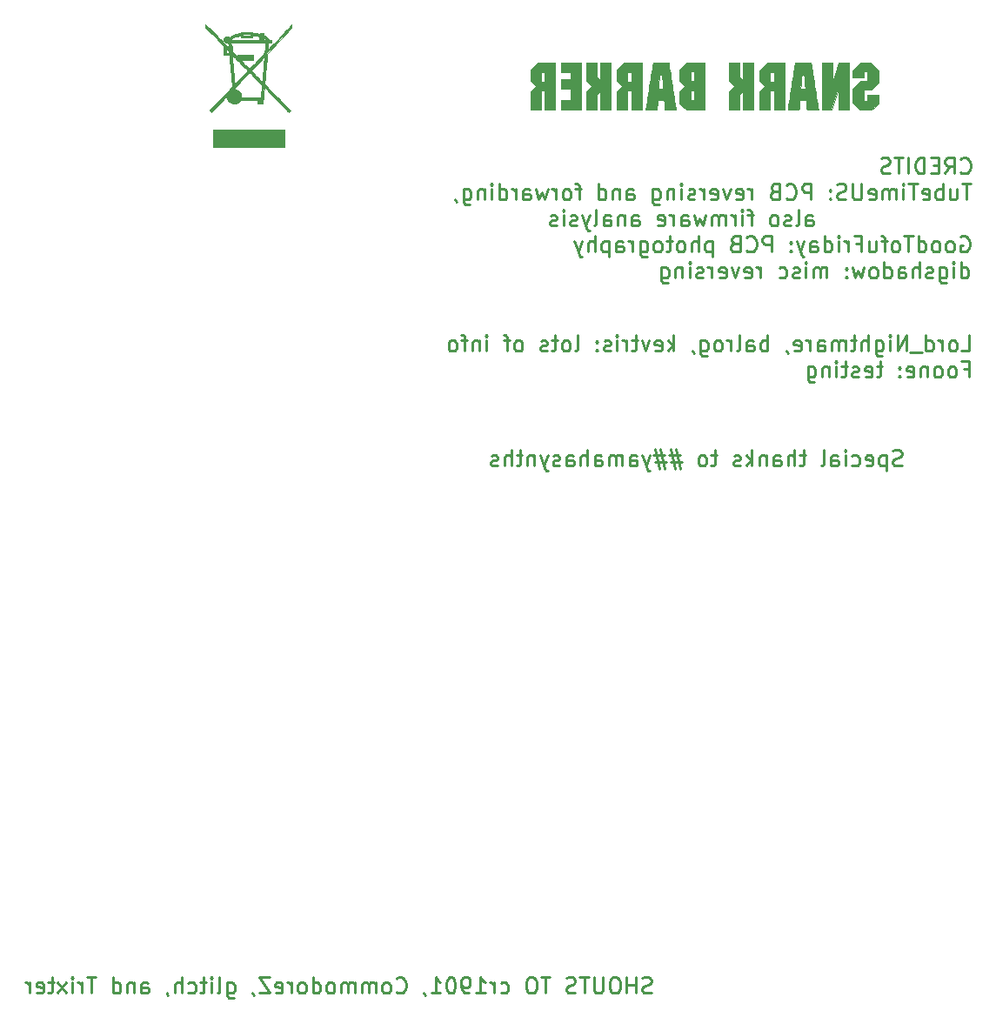
<source format=gbr>
G04 #@! TF.FileFunction,Legend,Bot*
%FSLAX46Y46*%
G04 Gerber Fmt 4.6, Leading zero omitted, Abs format (unit mm)*
G04 Created by KiCad (PCBNEW 4.0.7) date 01/18/19 16:59:07*
%MOMM*%
%LPD*%
G01*
G04 APERTURE LIST*
%ADD10C,0.100000*%
%ADD11C,0.254000*%
%ADD12C,0.010000*%
G04 APERTURE END LIST*
D10*
D11*
X131717143Y-57803143D02*
X132225143Y-57803143D01*
X132225143Y-58601429D02*
X132225143Y-57077429D01*
X131499429Y-57077429D01*
X130701143Y-58601429D02*
X130846285Y-58528857D01*
X130918857Y-58456286D01*
X130991428Y-58311143D01*
X130991428Y-57875714D01*
X130918857Y-57730571D01*
X130846285Y-57658000D01*
X130701143Y-57585429D01*
X130483428Y-57585429D01*
X130338285Y-57658000D01*
X130265714Y-57730571D01*
X130193143Y-57875714D01*
X130193143Y-58311143D01*
X130265714Y-58456286D01*
X130338285Y-58528857D01*
X130483428Y-58601429D01*
X130701143Y-58601429D01*
X129322286Y-58601429D02*
X129467428Y-58528857D01*
X129540000Y-58456286D01*
X129612571Y-58311143D01*
X129612571Y-57875714D01*
X129540000Y-57730571D01*
X129467428Y-57658000D01*
X129322286Y-57585429D01*
X129104571Y-57585429D01*
X128959428Y-57658000D01*
X128886857Y-57730571D01*
X128814286Y-57875714D01*
X128814286Y-58311143D01*
X128886857Y-58456286D01*
X128959428Y-58528857D01*
X129104571Y-58601429D01*
X129322286Y-58601429D01*
X128161143Y-57585429D02*
X128161143Y-58601429D01*
X128161143Y-57730571D02*
X128088571Y-57658000D01*
X127943429Y-57585429D01*
X127725714Y-57585429D01*
X127580571Y-57658000D01*
X127508000Y-57803143D01*
X127508000Y-58601429D01*
X126201714Y-58528857D02*
X126346857Y-58601429D01*
X126637143Y-58601429D01*
X126782286Y-58528857D01*
X126854857Y-58383714D01*
X126854857Y-57803143D01*
X126782286Y-57658000D01*
X126637143Y-57585429D01*
X126346857Y-57585429D01*
X126201714Y-57658000D01*
X126129143Y-57803143D01*
X126129143Y-57948286D01*
X126854857Y-58093429D01*
X125476000Y-58456286D02*
X125403428Y-58528857D01*
X125476000Y-58601429D01*
X125548571Y-58528857D01*
X125476000Y-58456286D01*
X125476000Y-58601429D01*
X125476000Y-57658000D02*
X125403428Y-57730571D01*
X125476000Y-57803143D01*
X125548571Y-57730571D01*
X125476000Y-57658000D01*
X125476000Y-57803143D01*
X123806857Y-57585429D02*
X123226286Y-57585429D01*
X123589143Y-57077429D02*
X123589143Y-58383714D01*
X123516571Y-58528857D01*
X123371429Y-58601429D01*
X123226286Y-58601429D01*
X122137714Y-58528857D02*
X122282857Y-58601429D01*
X122573143Y-58601429D01*
X122718286Y-58528857D01*
X122790857Y-58383714D01*
X122790857Y-57803143D01*
X122718286Y-57658000D01*
X122573143Y-57585429D01*
X122282857Y-57585429D01*
X122137714Y-57658000D01*
X122065143Y-57803143D01*
X122065143Y-57948286D01*
X122790857Y-58093429D01*
X121484571Y-58528857D02*
X121339428Y-58601429D01*
X121049143Y-58601429D01*
X120904000Y-58528857D01*
X120831428Y-58383714D01*
X120831428Y-58311143D01*
X120904000Y-58166000D01*
X121049143Y-58093429D01*
X121266857Y-58093429D01*
X121412000Y-58020857D01*
X121484571Y-57875714D01*
X121484571Y-57803143D01*
X121412000Y-57658000D01*
X121266857Y-57585429D01*
X121049143Y-57585429D01*
X120904000Y-57658000D01*
X120396000Y-57585429D02*
X119815429Y-57585429D01*
X120178286Y-57077429D02*
X120178286Y-58383714D01*
X120105714Y-58528857D01*
X119960572Y-58601429D01*
X119815429Y-58601429D01*
X119307429Y-58601429D02*
X119307429Y-57585429D01*
X119307429Y-57077429D02*
X119380000Y-57150000D01*
X119307429Y-57222571D01*
X119234857Y-57150000D01*
X119307429Y-57077429D01*
X119307429Y-57222571D01*
X118581715Y-57585429D02*
X118581715Y-58601429D01*
X118581715Y-57730571D02*
X118509143Y-57658000D01*
X118364001Y-57585429D01*
X118146286Y-57585429D01*
X118001143Y-57658000D01*
X117928572Y-57803143D01*
X117928572Y-58601429D01*
X116549715Y-57585429D02*
X116549715Y-58819143D01*
X116622286Y-58964286D01*
X116694858Y-59036857D01*
X116840001Y-59109429D01*
X117057715Y-59109429D01*
X117202858Y-59036857D01*
X116549715Y-58528857D02*
X116694858Y-58601429D01*
X116985144Y-58601429D01*
X117130286Y-58528857D01*
X117202858Y-58456286D01*
X117275429Y-58311143D01*
X117275429Y-57875714D01*
X117202858Y-57730571D01*
X117130286Y-57658000D01*
X116985144Y-57585429D01*
X116694858Y-57585429D01*
X116549715Y-57658000D01*
X101309714Y-118472857D02*
X101092000Y-118545429D01*
X100729143Y-118545429D01*
X100584000Y-118472857D01*
X100511429Y-118400286D01*
X100438857Y-118255143D01*
X100438857Y-118110000D01*
X100511429Y-117964857D01*
X100584000Y-117892286D01*
X100729143Y-117819714D01*
X101019429Y-117747143D01*
X101164571Y-117674571D01*
X101237143Y-117602000D01*
X101309714Y-117456857D01*
X101309714Y-117311714D01*
X101237143Y-117166571D01*
X101164571Y-117094000D01*
X101019429Y-117021429D01*
X100656571Y-117021429D01*
X100438857Y-117094000D01*
X99785714Y-118545429D02*
X99785714Y-117021429D01*
X99785714Y-117747143D02*
X98914857Y-117747143D01*
X98914857Y-118545429D02*
X98914857Y-117021429D01*
X97898857Y-117021429D02*
X97608571Y-117021429D01*
X97463429Y-117094000D01*
X97318286Y-117239143D01*
X97245714Y-117529429D01*
X97245714Y-118037429D01*
X97318286Y-118327714D01*
X97463429Y-118472857D01*
X97608571Y-118545429D01*
X97898857Y-118545429D01*
X98044000Y-118472857D01*
X98189143Y-118327714D01*
X98261714Y-118037429D01*
X98261714Y-117529429D01*
X98189143Y-117239143D01*
X98044000Y-117094000D01*
X97898857Y-117021429D01*
X96592572Y-117021429D02*
X96592572Y-118255143D01*
X96520000Y-118400286D01*
X96447429Y-118472857D01*
X96302286Y-118545429D01*
X96012000Y-118545429D01*
X95866858Y-118472857D01*
X95794286Y-118400286D01*
X95721715Y-118255143D01*
X95721715Y-117021429D01*
X95213715Y-117021429D02*
X94342858Y-117021429D01*
X94778287Y-118545429D02*
X94778287Y-117021429D01*
X93907429Y-118472857D02*
X93689715Y-118545429D01*
X93326858Y-118545429D01*
X93181715Y-118472857D01*
X93109144Y-118400286D01*
X93036572Y-118255143D01*
X93036572Y-118110000D01*
X93109144Y-117964857D01*
X93181715Y-117892286D01*
X93326858Y-117819714D01*
X93617144Y-117747143D01*
X93762286Y-117674571D01*
X93834858Y-117602000D01*
X93907429Y-117456857D01*
X93907429Y-117311714D01*
X93834858Y-117166571D01*
X93762286Y-117094000D01*
X93617144Y-117021429D01*
X93254286Y-117021429D01*
X93036572Y-117094000D01*
X91440000Y-117021429D02*
X90569143Y-117021429D01*
X91004572Y-118545429D02*
X91004572Y-117021429D01*
X89770857Y-117021429D02*
X89480571Y-117021429D01*
X89335429Y-117094000D01*
X89190286Y-117239143D01*
X89117714Y-117529429D01*
X89117714Y-118037429D01*
X89190286Y-118327714D01*
X89335429Y-118472857D01*
X89480571Y-118545429D01*
X89770857Y-118545429D01*
X89916000Y-118472857D01*
X90061143Y-118327714D01*
X90133714Y-118037429D01*
X90133714Y-117529429D01*
X90061143Y-117239143D01*
X89916000Y-117094000D01*
X89770857Y-117021429D01*
X86650286Y-118472857D02*
X86795429Y-118545429D01*
X87085715Y-118545429D01*
X87230857Y-118472857D01*
X87303429Y-118400286D01*
X87376000Y-118255143D01*
X87376000Y-117819714D01*
X87303429Y-117674571D01*
X87230857Y-117602000D01*
X87085715Y-117529429D01*
X86795429Y-117529429D01*
X86650286Y-117602000D01*
X85997143Y-118545429D02*
X85997143Y-117529429D01*
X85997143Y-117819714D02*
X85924571Y-117674571D01*
X85852000Y-117602000D01*
X85706857Y-117529429D01*
X85561714Y-117529429D01*
X84255428Y-118545429D02*
X85126285Y-118545429D01*
X84690857Y-118545429D02*
X84690857Y-117021429D01*
X84836000Y-117239143D01*
X84981142Y-117384286D01*
X85126285Y-117456857D01*
X83529713Y-118545429D02*
X83239428Y-118545429D01*
X83094285Y-118472857D01*
X83021713Y-118400286D01*
X82876571Y-118182571D01*
X82803999Y-117892286D01*
X82803999Y-117311714D01*
X82876571Y-117166571D01*
X82949142Y-117094000D01*
X83094285Y-117021429D01*
X83384571Y-117021429D01*
X83529713Y-117094000D01*
X83602285Y-117166571D01*
X83674856Y-117311714D01*
X83674856Y-117674571D01*
X83602285Y-117819714D01*
X83529713Y-117892286D01*
X83384571Y-117964857D01*
X83094285Y-117964857D01*
X82949142Y-117892286D01*
X82876571Y-117819714D01*
X82803999Y-117674571D01*
X81860570Y-117021429D02*
X81715427Y-117021429D01*
X81570284Y-117094000D01*
X81497713Y-117166571D01*
X81425142Y-117311714D01*
X81352570Y-117602000D01*
X81352570Y-117964857D01*
X81425142Y-118255143D01*
X81497713Y-118400286D01*
X81570284Y-118472857D01*
X81715427Y-118545429D01*
X81860570Y-118545429D01*
X82005713Y-118472857D01*
X82078284Y-118400286D01*
X82150856Y-118255143D01*
X82223427Y-117964857D01*
X82223427Y-117602000D01*
X82150856Y-117311714D01*
X82078284Y-117166571D01*
X82005713Y-117094000D01*
X81860570Y-117021429D01*
X79901141Y-118545429D02*
X80771998Y-118545429D01*
X80336570Y-118545429D02*
X80336570Y-117021429D01*
X80481713Y-117239143D01*
X80626855Y-117384286D01*
X80771998Y-117456857D01*
X79175426Y-118472857D02*
X79175426Y-118545429D01*
X79247998Y-118690571D01*
X79320569Y-118763143D01*
X76490284Y-118400286D02*
X76562855Y-118472857D01*
X76780569Y-118545429D01*
X76925712Y-118545429D01*
X77143427Y-118472857D01*
X77288569Y-118327714D01*
X77361141Y-118182571D01*
X77433712Y-117892286D01*
X77433712Y-117674571D01*
X77361141Y-117384286D01*
X77288569Y-117239143D01*
X77143427Y-117094000D01*
X76925712Y-117021429D01*
X76780569Y-117021429D01*
X76562855Y-117094000D01*
X76490284Y-117166571D01*
X75619427Y-118545429D02*
X75764569Y-118472857D01*
X75837141Y-118400286D01*
X75909712Y-118255143D01*
X75909712Y-117819714D01*
X75837141Y-117674571D01*
X75764569Y-117602000D01*
X75619427Y-117529429D01*
X75401712Y-117529429D01*
X75256569Y-117602000D01*
X75183998Y-117674571D01*
X75111427Y-117819714D01*
X75111427Y-118255143D01*
X75183998Y-118400286D01*
X75256569Y-118472857D01*
X75401712Y-118545429D01*
X75619427Y-118545429D01*
X74458284Y-118545429D02*
X74458284Y-117529429D01*
X74458284Y-117674571D02*
X74385712Y-117602000D01*
X74240570Y-117529429D01*
X74022855Y-117529429D01*
X73877712Y-117602000D01*
X73805141Y-117747143D01*
X73805141Y-118545429D01*
X73805141Y-117747143D02*
X73732570Y-117602000D01*
X73587427Y-117529429D01*
X73369712Y-117529429D01*
X73224570Y-117602000D01*
X73151998Y-117747143D01*
X73151998Y-118545429D01*
X72426284Y-118545429D02*
X72426284Y-117529429D01*
X72426284Y-117674571D02*
X72353712Y-117602000D01*
X72208570Y-117529429D01*
X71990855Y-117529429D01*
X71845712Y-117602000D01*
X71773141Y-117747143D01*
X71773141Y-118545429D01*
X71773141Y-117747143D02*
X71700570Y-117602000D01*
X71555427Y-117529429D01*
X71337712Y-117529429D01*
X71192570Y-117602000D01*
X71119998Y-117747143D01*
X71119998Y-118545429D01*
X70176570Y-118545429D02*
X70321712Y-118472857D01*
X70394284Y-118400286D01*
X70466855Y-118255143D01*
X70466855Y-117819714D01*
X70394284Y-117674571D01*
X70321712Y-117602000D01*
X70176570Y-117529429D01*
X69958855Y-117529429D01*
X69813712Y-117602000D01*
X69741141Y-117674571D01*
X69668570Y-117819714D01*
X69668570Y-118255143D01*
X69741141Y-118400286D01*
X69813712Y-118472857D01*
X69958855Y-118545429D01*
X70176570Y-118545429D01*
X68362284Y-118545429D02*
X68362284Y-117021429D01*
X68362284Y-118472857D02*
X68507427Y-118545429D01*
X68797713Y-118545429D01*
X68942855Y-118472857D01*
X69015427Y-118400286D01*
X69087998Y-118255143D01*
X69087998Y-117819714D01*
X69015427Y-117674571D01*
X68942855Y-117602000D01*
X68797713Y-117529429D01*
X68507427Y-117529429D01*
X68362284Y-117602000D01*
X67418856Y-118545429D02*
X67563998Y-118472857D01*
X67636570Y-118400286D01*
X67709141Y-118255143D01*
X67709141Y-117819714D01*
X67636570Y-117674571D01*
X67563998Y-117602000D01*
X67418856Y-117529429D01*
X67201141Y-117529429D01*
X67055998Y-117602000D01*
X66983427Y-117674571D01*
X66910856Y-117819714D01*
X66910856Y-118255143D01*
X66983427Y-118400286D01*
X67055998Y-118472857D01*
X67201141Y-118545429D01*
X67418856Y-118545429D01*
X66257713Y-118545429D02*
X66257713Y-117529429D01*
X66257713Y-117819714D02*
X66185141Y-117674571D01*
X66112570Y-117602000D01*
X65967427Y-117529429D01*
X65822284Y-117529429D01*
X64733712Y-118472857D02*
X64878855Y-118545429D01*
X65169141Y-118545429D01*
X65314284Y-118472857D01*
X65386855Y-118327714D01*
X65386855Y-117747143D01*
X65314284Y-117602000D01*
X65169141Y-117529429D01*
X64878855Y-117529429D01*
X64733712Y-117602000D01*
X64661141Y-117747143D01*
X64661141Y-117892286D01*
X65386855Y-118037429D01*
X64153141Y-117021429D02*
X63137141Y-117021429D01*
X64153141Y-118545429D01*
X63137141Y-118545429D01*
X62483997Y-118472857D02*
X62483997Y-118545429D01*
X62556569Y-118690571D01*
X62629140Y-118763143D01*
X60016569Y-117529429D02*
X60016569Y-118763143D01*
X60089140Y-118908286D01*
X60161712Y-118980857D01*
X60306855Y-119053429D01*
X60524569Y-119053429D01*
X60669712Y-118980857D01*
X60016569Y-118472857D02*
X60161712Y-118545429D01*
X60451998Y-118545429D01*
X60597140Y-118472857D01*
X60669712Y-118400286D01*
X60742283Y-118255143D01*
X60742283Y-117819714D01*
X60669712Y-117674571D01*
X60597140Y-117602000D01*
X60451998Y-117529429D01*
X60161712Y-117529429D01*
X60016569Y-117602000D01*
X59073141Y-118545429D02*
X59218283Y-118472857D01*
X59290855Y-118327714D01*
X59290855Y-117021429D01*
X58492569Y-118545429D02*
X58492569Y-117529429D01*
X58492569Y-117021429D02*
X58565140Y-117094000D01*
X58492569Y-117166571D01*
X58419997Y-117094000D01*
X58492569Y-117021429D01*
X58492569Y-117166571D01*
X57984569Y-117529429D02*
X57403998Y-117529429D01*
X57766855Y-117021429D02*
X57766855Y-118327714D01*
X57694283Y-118472857D01*
X57549141Y-118545429D01*
X57403998Y-118545429D01*
X56242855Y-118472857D02*
X56387998Y-118545429D01*
X56678284Y-118545429D01*
X56823426Y-118472857D01*
X56895998Y-118400286D01*
X56968569Y-118255143D01*
X56968569Y-117819714D01*
X56895998Y-117674571D01*
X56823426Y-117602000D01*
X56678284Y-117529429D01*
X56387998Y-117529429D01*
X56242855Y-117602000D01*
X55589712Y-118545429D02*
X55589712Y-117021429D01*
X54936569Y-118545429D02*
X54936569Y-117747143D01*
X55009140Y-117602000D01*
X55154283Y-117529429D01*
X55371998Y-117529429D01*
X55517140Y-117602000D01*
X55589712Y-117674571D01*
X54138283Y-118472857D02*
X54138283Y-118545429D01*
X54210855Y-118690571D01*
X54283426Y-118763143D01*
X51670855Y-118545429D02*
X51670855Y-117747143D01*
X51743426Y-117602000D01*
X51888569Y-117529429D01*
X52178855Y-117529429D01*
X52323998Y-117602000D01*
X51670855Y-118472857D02*
X51815998Y-118545429D01*
X52178855Y-118545429D01*
X52323998Y-118472857D01*
X52396569Y-118327714D01*
X52396569Y-118182571D01*
X52323998Y-118037429D01*
X52178855Y-117964857D01*
X51815998Y-117964857D01*
X51670855Y-117892286D01*
X50945141Y-117529429D02*
X50945141Y-118545429D01*
X50945141Y-117674571D02*
X50872569Y-117602000D01*
X50727427Y-117529429D01*
X50509712Y-117529429D01*
X50364569Y-117602000D01*
X50291998Y-117747143D01*
X50291998Y-118545429D01*
X48913141Y-118545429D02*
X48913141Y-117021429D01*
X48913141Y-118472857D02*
X49058284Y-118545429D01*
X49348570Y-118545429D01*
X49493712Y-118472857D01*
X49566284Y-118400286D01*
X49638855Y-118255143D01*
X49638855Y-117819714D01*
X49566284Y-117674571D01*
X49493712Y-117602000D01*
X49348570Y-117529429D01*
X49058284Y-117529429D01*
X48913141Y-117602000D01*
X47243998Y-117021429D02*
X46373141Y-117021429D01*
X46808570Y-118545429D02*
X46808570Y-117021429D01*
X45865141Y-118545429D02*
X45865141Y-117529429D01*
X45865141Y-117819714D02*
X45792569Y-117674571D01*
X45719998Y-117602000D01*
X45574855Y-117529429D01*
X45429712Y-117529429D01*
X44921712Y-118545429D02*
X44921712Y-117529429D01*
X44921712Y-117021429D02*
X44994283Y-117094000D01*
X44921712Y-117166571D01*
X44849140Y-117094000D01*
X44921712Y-117021429D01*
X44921712Y-117166571D01*
X44341141Y-118545429D02*
X43542855Y-117529429D01*
X44341141Y-117529429D02*
X43542855Y-118545429D01*
X43179998Y-117529429D02*
X42599427Y-117529429D01*
X42962284Y-117021429D02*
X42962284Y-118327714D01*
X42889712Y-118472857D01*
X42744570Y-118545429D01*
X42599427Y-118545429D01*
X41510855Y-118472857D02*
X41655998Y-118545429D01*
X41946284Y-118545429D01*
X42091427Y-118472857D01*
X42163998Y-118327714D01*
X42163998Y-117747143D01*
X42091427Y-117602000D01*
X41946284Y-117529429D01*
X41655998Y-117529429D01*
X41510855Y-117602000D01*
X41438284Y-117747143D01*
X41438284Y-117892286D01*
X42163998Y-118037429D01*
X40785141Y-118545429D02*
X40785141Y-117529429D01*
X40785141Y-117819714D02*
X40712569Y-117674571D01*
X40639998Y-117602000D01*
X40494855Y-117529429D01*
X40349712Y-117529429D01*
X125693714Y-67164857D02*
X125476000Y-67237429D01*
X125113143Y-67237429D01*
X124968000Y-67164857D01*
X124895429Y-67092286D01*
X124822857Y-66947143D01*
X124822857Y-66802000D01*
X124895429Y-66656857D01*
X124968000Y-66584286D01*
X125113143Y-66511714D01*
X125403429Y-66439143D01*
X125548571Y-66366571D01*
X125621143Y-66294000D01*
X125693714Y-66148857D01*
X125693714Y-66003714D01*
X125621143Y-65858571D01*
X125548571Y-65786000D01*
X125403429Y-65713429D01*
X125040571Y-65713429D01*
X124822857Y-65786000D01*
X124169714Y-66221429D02*
X124169714Y-67745429D01*
X124169714Y-66294000D02*
X124024571Y-66221429D01*
X123734285Y-66221429D01*
X123589142Y-66294000D01*
X123516571Y-66366571D01*
X123444000Y-66511714D01*
X123444000Y-66947143D01*
X123516571Y-67092286D01*
X123589142Y-67164857D01*
X123734285Y-67237429D01*
X124024571Y-67237429D01*
X124169714Y-67164857D01*
X122210285Y-67164857D02*
X122355428Y-67237429D01*
X122645714Y-67237429D01*
X122790857Y-67164857D01*
X122863428Y-67019714D01*
X122863428Y-66439143D01*
X122790857Y-66294000D01*
X122645714Y-66221429D01*
X122355428Y-66221429D01*
X122210285Y-66294000D01*
X122137714Y-66439143D01*
X122137714Y-66584286D01*
X122863428Y-66729429D01*
X120831428Y-67164857D02*
X120976571Y-67237429D01*
X121266857Y-67237429D01*
X121411999Y-67164857D01*
X121484571Y-67092286D01*
X121557142Y-66947143D01*
X121557142Y-66511714D01*
X121484571Y-66366571D01*
X121411999Y-66294000D01*
X121266857Y-66221429D01*
X120976571Y-66221429D01*
X120831428Y-66294000D01*
X120178285Y-67237429D02*
X120178285Y-66221429D01*
X120178285Y-65713429D02*
X120250856Y-65786000D01*
X120178285Y-65858571D01*
X120105713Y-65786000D01*
X120178285Y-65713429D01*
X120178285Y-65858571D01*
X118799428Y-67237429D02*
X118799428Y-66439143D01*
X118871999Y-66294000D01*
X119017142Y-66221429D01*
X119307428Y-66221429D01*
X119452571Y-66294000D01*
X118799428Y-67164857D02*
X118944571Y-67237429D01*
X119307428Y-67237429D01*
X119452571Y-67164857D01*
X119525142Y-67019714D01*
X119525142Y-66874571D01*
X119452571Y-66729429D01*
X119307428Y-66656857D01*
X118944571Y-66656857D01*
X118799428Y-66584286D01*
X117856000Y-67237429D02*
X118001142Y-67164857D01*
X118073714Y-67019714D01*
X118073714Y-65713429D01*
X116331999Y-66221429D02*
X115751428Y-66221429D01*
X116114285Y-65713429D02*
X116114285Y-67019714D01*
X116041713Y-67164857D01*
X115896571Y-67237429D01*
X115751428Y-67237429D01*
X115243428Y-67237429D02*
X115243428Y-65713429D01*
X114590285Y-67237429D02*
X114590285Y-66439143D01*
X114662856Y-66294000D01*
X114807999Y-66221429D01*
X115025714Y-66221429D01*
X115170856Y-66294000D01*
X115243428Y-66366571D01*
X113211428Y-67237429D02*
X113211428Y-66439143D01*
X113283999Y-66294000D01*
X113429142Y-66221429D01*
X113719428Y-66221429D01*
X113864571Y-66294000D01*
X113211428Y-67164857D02*
X113356571Y-67237429D01*
X113719428Y-67237429D01*
X113864571Y-67164857D01*
X113937142Y-67019714D01*
X113937142Y-66874571D01*
X113864571Y-66729429D01*
X113719428Y-66656857D01*
X113356571Y-66656857D01*
X113211428Y-66584286D01*
X112485714Y-66221429D02*
X112485714Y-67237429D01*
X112485714Y-66366571D02*
X112413142Y-66294000D01*
X112268000Y-66221429D01*
X112050285Y-66221429D01*
X111905142Y-66294000D01*
X111832571Y-66439143D01*
X111832571Y-67237429D01*
X111106857Y-67237429D02*
X111106857Y-65713429D01*
X110961714Y-66656857D02*
X110526285Y-67237429D01*
X110526285Y-66221429D02*
X111106857Y-66802000D01*
X109945714Y-67164857D02*
X109800571Y-67237429D01*
X109510286Y-67237429D01*
X109365143Y-67164857D01*
X109292571Y-67019714D01*
X109292571Y-66947143D01*
X109365143Y-66802000D01*
X109510286Y-66729429D01*
X109728000Y-66729429D01*
X109873143Y-66656857D01*
X109945714Y-66511714D01*
X109945714Y-66439143D01*
X109873143Y-66294000D01*
X109728000Y-66221429D01*
X109510286Y-66221429D01*
X109365143Y-66294000D01*
X107696000Y-66221429D02*
X107115429Y-66221429D01*
X107478286Y-65713429D02*
X107478286Y-67019714D01*
X107405714Y-67164857D01*
X107260572Y-67237429D01*
X107115429Y-67237429D01*
X106389715Y-67237429D02*
X106534857Y-67164857D01*
X106607429Y-67092286D01*
X106680000Y-66947143D01*
X106680000Y-66511714D01*
X106607429Y-66366571D01*
X106534857Y-66294000D01*
X106389715Y-66221429D01*
X106172000Y-66221429D01*
X106026857Y-66294000D01*
X105954286Y-66366571D01*
X105881715Y-66511714D01*
X105881715Y-66947143D01*
X105954286Y-67092286D01*
X106026857Y-67164857D01*
X106172000Y-67237429D01*
X106389715Y-67237429D01*
X104140000Y-66221429D02*
X103051429Y-66221429D01*
X103704572Y-65568286D02*
X104140000Y-67527714D01*
X103196572Y-66874571D02*
X104285143Y-66874571D01*
X103632000Y-67527714D02*
X103196572Y-65568286D01*
X102616000Y-66221429D02*
X101527429Y-66221429D01*
X102180572Y-65568286D02*
X102616000Y-67527714D01*
X101672572Y-66874571D02*
X102761143Y-66874571D01*
X102108000Y-67527714D02*
X101672572Y-65568286D01*
X101164572Y-66221429D02*
X100801715Y-67237429D01*
X100438857Y-66221429D02*
X100801715Y-67237429D01*
X100946857Y-67600286D01*
X101019429Y-67672857D01*
X101164572Y-67745429D01*
X99205143Y-67237429D02*
X99205143Y-66439143D01*
X99277714Y-66294000D01*
X99422857Y-66221429D01*
X99713143Y-66221429D01*
X99858286Y-66294000D01*
X99205143Y-67164857D02*
X99350286Y-67237429D01*
X99713143Y-67237429D01*
X99858286Y-67164857D01*
X99930857Y-67019714D01*
X99930857Y-66874571D01*
X99858286Y-66729429D01*
X99713143Y-66656857D01*
X99350286Y-66656857D01*
X99205143Y-66584286D01*
X98479429Y-67237429D02*
X98479429Y-66221429D01*
X98479429Y-66366571D02*
X98406857Y-66294000D01*
X98261715Y-66221429D01*
X98044000Y-66221429D01*
X97898857Y-66294000D01*
X97826286Y-66439143D01*
X97826286Y-67237429D01*
X97826286Y-66439143D02*
X97753715Y-66294000D01*
X97608572Y-66221429D01*
X97390857Y-66221429D01*
X97245715Y-66294000D01*
X97173143Y-66439143D01*
X97173143Y-67237429D01*
X95794286Y-67237429D02*
X95794286Y-66439143D01*
X95866857Y-66294000D01*
X96012000Y-66221429D01*
X96302286Y-66221429D01*
X96447429Y-66294000D01*
X95794286Y-67164857D02*
X95939429Y-67237429D01*
X96302286Y-67237429D01*
X96447429Y-67164857D01*
X96520000Y-67019714D01*
X96520000Y-66874571D01*
X96447429Y-66729429D01*
X96302286Y-66656857D01*
X95939429Y-66656857D01*
X95794286Y-66584286D01*
X95068572Y-67237429D02*
X95068572Y-65713429D01*
X94415429Y-67237429D02*
X94415429Y-66439143D01*
X94488000Y-66294000D01*
X94633143Y-66221429D01*
X94850858Y-66221429D01*
X94996000Y-66294000D01*
X95068572Y-66366571D01*
X93036572Y-67237429D02*
X93036572Y-66439143D01*
X93109143Y-66294000D01*
X93254286Y-66221429D01*
X93544572Y-66221429D01*
X93689715Y-66294000D01*
X93036572Y-67164857D02*
X93181715Y-67237429D01*
X93544572Y-67237429D01*
X93689715Y-67164857D01*
X93762286Y-67019714D01*
X93762286Y-66874571D01*
X93689715Y-66729429D01*
X93544572Y-66656857D01*
X93181715Y-66656857D01*
X93036572Y-66584286D01*
X92383429Y-67164857D02*
X92238286Y-67237429D01*
X91948001Y-67237429D01*
X91802858Y-67164857D01*
X91730286Y-67019714D01*
X91730286Y-66947143D01*
X91802858Y-66802000D01*
X91948001Y-66729429D01*
X92165715Y-66729429D01*
X92310858Y-66656857D01*
X92383429Y-66511714D01*
X92383429Y-66439143D01*
X92310858Y-66294000D01*
X92165715Y-66221429D01*
X91948001Y-66221429D01*
X91802858Y-66294000D01*
X91222287Y-66221429D02*
X90859430Y-67237429D01*
X90496572Y-66221429D02*
X90859430Y-67237429D01*
X91004572Y-67600286D01*
X91077144Y-67672857D01*
X91222287Y-67745429D01*
X89916001Y-66221429D02*
X89916001Y-67237429D01*
X89916001Y-66366571D02*
X89843429Y-66294000D01*
X89698287Y-66221429D01*
X89480572Y-66221429D01*
X89335429Y-66294000D01*
X89262858Y-66439143D01*
X89262858Y-67237429D01*
X88754858Y-66221429D02*
X88174287Y-66221429D01*
X88537144Y-65713429D02*
X88537144Y-67019714D01*
X88464572Y-67164857D01*
X88319430Y-67237429D01*
X88174287Y-67237429D01*
X87666287Y-67237429D02*
X87666287Y-65713429D01*
X87013144Y-67237429D02*
X87013144Y-66439143D01*
X87085715Y-66294000D01*
X87230858Y-66221429D01*
X87448573Y-66221429D01*
X87593715Y-66294000D01*
X87666287Y-66366571D01*
X86360001Y-67164857D02*
X86214858Y-67237429D01*
X85924573Y-67237429D01*
X85779430Y-67164857D01*
X85706858Y-67019714D01*
X85706858Y-66947143D01*
X85779430Y-66802000D01*
X85924573Y-66729429D01*
X86142287Y-66729429D01*
X86287430Y-66656857D01*
X86360001Y-66511714D01*
X86360001Y-66439143D01*
X86287430Y-66294000D01*
X86142287Y-66221429D01*
X85924573Y-66221429D01*
X85779430Y-66294000D01*
X131499429Y-56061429D02*
X132225143Y-56061429D01*
X132225143Y-54537429D01*
X130773715Y-56061429D02*
X130918857Y-55988857D01*
X130991429Y-55916286D01*
X131064000Y-55771143D01*
X131064000Y-55335714D01*
X130991429Y-55190571D01*
X130918857Y-55118000D01*
X130773715Y-55045429D01*
X130556000Y-55045429D01*
X130410857Y-55118000D01*
X130338286Y-55190571D01*
X130265715Y-55335714D01*
X130265715Y-55771143D01*
X130338286Y-55916286D01*
X130410857Y-55988857D01*
X130556000Y-56061429D01*
X130773715Y-56061429D01*
X129612572Y-56061429D02*
X129612572Y-55045429D01*
X129612572Y-55335714D02*
X129540000Y-55190571D01*
X129467429Y-55118000D01*
X129322286Y-55045429D01*
X129177143Y-55045429D01*
X128016000Y-56061429D02*
X128016000Y-54537429D01*
X128016000Y-55988857D02*
X128161143Y-56061429D01*
X128451429Y-56061429D01*
X128596571Y-55988857D01*
X128669143Y-55916286D01*
X128741714Y-55771143D01*
X128741714Y-55335714D01*
X128669143Y-55190571D01*
X128596571Y-55118000D01*
X128451429Y-55045429D01*
X128161143Y-55045429D01*
X128016000Y-55118000D01*
X127653143Y-56206571D02*
X126492000Y-56206571D01*
X126129143Y-56061429D02*
X126129143Y-54537429D01*
X125258286Y-56061429D01*
X125258286Y-54537429D01*
X124532572Y-56061429D02*
X124532572Y-55045429D01*
X124532572Y-54537429D02*
X124605143Y-54610000D01*
X124532572Y-54682571D01*
X124460000Y-54610000D01*
X124532572Y-54537429D01*
X124532572Y-54682571D01*
X123153715Y-55045429D02*
X123153715Y-56279143D01*
X123226286Y-56424286D01*
X123298858Y-56496857D01*
X123444001Y-56569429D01*
X123661715Y-56569429D01*
X123806858Y-56496857D01*
X123153715Y-55988857D02*
X123298858Y-56061429D01*
X123589144Y-56061429D01*
X123734286Y-55988857D01*
X123806858Y-55916286D01*
X123879429Y-55771143D01*
X123879429Y-55335714D01*
X123806858Y-55190571D01*
X123734286Y-55118000D01*
X123589144Y-55045429D01*
X123298858Y-55045429D01*
X123153715Y-55118000D01*
X122428001Y-56061429D02*
X122428001Y-54537429D01*
X121774858Y-56061429D02*
X121774858Y-55263143D01*
X121847429Y-55118000D01*
X121992572Y-55045429D01*
X122210287Y-55045429D01*
X122355429Y-55118000D01*
X122428001Y-55190571D01*
X121266858Y-55045429D02*
X120686287Y-55045429D01*
X121049144Y-54537429D02*
X121049144Y-55843714D01*
X120976572Y-55988857D01*
X120831430Y-56061429D01*
X120686287Y-56061429D01*
X120178287Y-56061429D02*
X120178287Y-55045429D01*
X120178287Y-55190571D02*
X120105715Y-55118000D01*
X119960573Y-55045429D01*
X119742858Y-55045429D01*
X119597715Y-55118000D01*
X119525144Y-55263143D01*
X119525144Y-56061429D01*
X119525144Y-55263143D02*
X119452573Y-55118000D01*
X119307430Y-55045429D01*
X119089715Y-55045429D01*
X118944573Y-55118000D01*
X118872001Y-55263143D01*
X118872001Y-56061429D01*
X117493144Y-56061429D02*
X117493144Y-55263143D01*
X117565715Y-55118000D01*
X117710858Y-55045429D01*
X118001144Y-55045429D01*
X118146287Y-55118000D01*
X117493144Y-55988857D02*
X117638287Y-56061429D01*
X118001144Y-56061429D01*
X118146287Y-55988857D01*
X118218858Y-55843714D01*
X118218858Y-55698571D01*
X118146287Y-55553429D01*
X118001144Y-55480857D01*
X117638287Y-55480857D01*
X117493144Y-55408286D01*
X116767430Y-56061429D02*
X116767430Y-55045429D01*
X116767430Y-55335714D02*
X116694858Y-55190571D01*
X116622287Y-55118000D01*
X116477144Y-55045429D01*
X116332001Y-55045429D01*
X115243429Y-55988857D02*
X115388572Y-56061429D01*
X115678858Y-56061429D01*
X115824001Y-55988857D01*
X115896572Y-55843714D01*
X115896572Y-55263143D01*
X115824001Y-55118000D01*
X115678858Y-55045429D01*
X115388572Y-55045429D01*
X115243429Y-55118000D01*
X115170858Y-55263143D01*
X115170858Y-55408286D01*
X115896572Y-55553429D01*
X114445143Y-55988857D02*
X114445143Y-56061429D01*
X114517715Y-56206571D01*
X114590286Y-56279143D01*
X112630858Y-56061429D02*
X112630858Y-54537429D01*
X112630858Y-55118000D02*
X112485715Y-55045429D01*
X112195429Y-55045429D01*
X112050286Y-55118000D01*
X111977715Y-55190571D01*
X111905144Y-55335714D01*
X111905144Y-55771143D01*
X111977715Y-55916286D01*
X112050286Y-55988857D01*
X112195429Y-56061429D01*
X112485715Y-56061429D01*
X112630858Y-55988857D01*
X110598858Y-56061429D02*
X110598858Y-55263143D01*
X110671429Y-55118000D01*
X110816572Y-55045429D01*
X111106858Y-55045429D01*
X111252001Y-55118000D01*
X110598858Y-55988857D02*
X110744001Y-56061429D01*
X111106858Y-56061429D01*
X111252001Y-55988857D01*
X111324572Y-55843714D01*
X111324572Y-55698571D01*
X111252001Y-55553429D01*
X111106858Y-55480857D01*
X110744001Y-55480857D01*
X110598858Y-55408286D01*
X109655430Y-56061429D02*
X109800572Y-55988857D01*
X109873144Y-55843714D01*
X109873144Y-54537429D01*
X109074858Y-56061429D02*
X109074858Y-55045429D01*
X109074858Y-55335714D02*
X109002286Y-55190571D01*
X108929715Y-55118000D01*
X108784572Y-55045429D01*
X108639429Y-55045429D01*
X107913715Y-56061429D02*
X108058857Y-55988857D01*
X108131429Y-55916286D01*
X108204000Y-55771143D01*
X108204000Y-55335714D01*
X108131429Y-55190571D01*
X108058857Y-55118000D01*
X107913715Y-55045429D01*
X107696000Y-55045429D01*
X107550857Y-55118000D01*
X107478286Y-55190571D01*
X107405715Y-55335714D01*
X107405715Y-55771143D01*
X107478286Y-55916286D01*
X107550857Y-55988857D01*
X107696000Y-56061429D01*
X107913715Y-56061429D01*
X106099429Y-55045429D02*
X106099429Y-56279143D01*
X106172000Y-56424286D01*
X106244572Y-56496857D01*
X106389715Y-56569429D01*
X106607429Y-56569429D01*
X106752572Y-56496857D01*
X106099429Y-55988857D02*
X106244572Y-56061429D01*
X106534858Y-56061429D01*
X106680000Y-55988857D01*
X106752572Y-55916286D01*
X106825143Y-55771143D01*
X106825143Y-55335714D01*
X106752572Y-55190571D01*
X106680000Y-55118000D01*
X106534858Y-55045429D01*
X106244572Y-55045429D01*
X106099429Y-55118000D01*
X105301143Y-55988857D02*
X105301143Y-56061429D01*
X105373715Y-56206571D01*
X105446286Y-56279143D01*
X103486858Y-56061429D02*
X103486858Y-54537429D01*
X103341715Y-55480857D02*
X102906286Y-56061429D01*
X102906286Y-55045429D02*
X103486858Y-55626000D01*
X101672572Y-55988857D02*
X101817715Y-56061429D01*
X102108001Y-56061429D01*
X102253144Y-55988857D01*
X102325715Y-55843714D01*
X102325715Y-55263143D01*
X102253144Y-55118000D01*
X102108001Y-55045429D01*
X101817715Y-55045429D01*
X101672572Y-55118000D01*
X101600001Y-55263143D01*
X101600001Y-55408286D01*
X102325715Y-55553429D01*
X101092001Y-55045429D02*
X100729144Y-56061429D01*
X100366286Y-55045429D01*
X100003429Y-55045429D02*
X99422858Y-55045429D01*
X99785715Y-54537429D02*
X99785715Y-55843714D01*
X99713143Y-55988857D01*
X99568001Y-56061429D01*
X99422858Y-56061429D01*
X98914858Y-56061429D02*
X98914858Y-55045429D01*
X98914858Y-55335714D02*
X98842286Y-55190571D01*
X98769715Y-55118000D01*
X98624572Y-55045429D01*
X98479429Y-55045429D01*
X97971429Y-56061429D02*
X97971429Y-55045429D01*
X97971429Y-54537429D02*
X98044000Y-54610000D01*
X97971429Y-54682571D01*
X97898857Y-54610000D01*
X97971429Y-54537429D01*
X97971429Y-54682571D01*
X97318286Y-55988857D02*
X97173143Y-56061429D01*
X96882858Y-56061429D01*
X96737715Y-55988857D01*
X96665143Y-55843714D01*
X96665143Y-55771143D01*
X96737715Y-55626000D01*
X96882858Y-55553429D01*
X97100572Y-55553429D01*
X97245715Y-55480857D01*
X97318286Y-55335714D01*
X97318286Y-55263143D01*
X97245715Y-55118000D01*
X97100572Y-55045429D01*
X96882858Y-55045429D01*
X96737715Y-55118000D01*
X96012001Y-55916286D02*
X95939429Y-55988857D01*
X96012001Y-56061429D01*
X96084572Y-55988857D01*
X96012001Y-55916286D01*
X96012001Y-56061429D01*
X96012001Y-55118000D02*
X95939429Y-55190571D01*
X96012001Y-55263143D01*
X96084572Y-55190571D01*
X96012001Y-55118000D01*
X96012001Y-55263143D01*
X93907430Y-56061429D02*
X94052572Y-55988857D01*
X94125144Y-55843714D01*
X94125144Y-54537429D01*
X93109144Y-56061429D02*
X93254286Y-55988857D01*
X93326858Y-55916286D01*
X93399429Y-55771143D01*
X93399429Y-55335714D01*
X93326858Y-55190571D01*
X93254286Y-55118000D01*
X93109144Y-55045429D01*
X92891429Y-55045429D01*
X92746286Y-55118000D01*
X92673715Y-55190571D01*
X92601144Y-55335714D01*
X92601144Y-55771143D01*
X92673715Y-55916286D01*
X92746286Y-55988857D01*
X92891429Y-56061429D01*
X93109144Y-56061429D01*
X92165715Y-55045429D02*
X91585144Y-55045429D01*
X91948001Y-54537429D02*
X91948001Y-55843714D01*
X91875429Y-55988857D01*
X91730287Y-56061429D01*
X91585144Y-56061429D01*
X91149715Y-55988857D02*
X91004572Y-56061429D01*
X90714287Y-56061429D01*
X90569144Y-55988857D01*
X90496572Y-55843714D01*
X90496572Y-55771143D01*
X90569144Y-55626000D01*
X90714287Y-55553429D01*
X90932001Y-55553429D01*
X91077144Y-55480857D01*
X91149715Y-55335714D01*
X91149715Y-55263143D01*
X91077144Y-55118000D01*
X90932001Y-55045429D01*
X90714287Y-55045429D01*
X90569144Y-55118000D01*
X88464573Y-56061429D02*
X88609715Y-55988857D01*
X88682287Y-55916286D01*
X88754858Y-55771143D01*
X88754858Y-55335714D01*
X88682287Y-55190571D01*
X88609715Y-55118000D01*
X88464573Y-55045429D01*
X88246858Y-55045429D01*
X88101715Y-55118000D01*
X88029144Y-55190571D01*
X87956573Y-55335714D01*
X87956573Y-55771143D01*
X88029144Y-55916286D01*
X88101715Y-55988857D01*
X88246858Y-56061429D01*
X88464573Y-56061429D01*
X87521144Y-55045429D02*
X86940573Y-55045429D01*
X87303430Y-56061429D02*
X87303430Y-54755143D01*
X87230858Y-54610000D01*
X87085716Y-54537429D01*
X86940573Y-54537429D01*
X85271430Y-56061429D02*
X85271430Y-55045429D01*
X85271430Y-54537429D02*
X85344001Y-54610000D01*
X85271430Y-54682571D01*
X85198858Y-54610000D01*
X85271430Y-54537429D01*
X85271430Y-54682571D01*
X84545716Y-55045429D02*
X84545716Y-56061429D01*
X84545716Y-55190571D02*
X84473144Y-55118000D01*
X84328002Y-55045429D01*
X84110287Y-55045429D01*
X83965144Y-55118000D01*
X83892573Y-55263143D01*
X83892573Y-56061429D01*
X83384573Y-55045429D02*
X82804002Y-55045429D01*
X83166859Y-56061429D02*
X83166859Y-54755143D01*
X83094287Y-54610000D01*
X82949145Y-54537429D01*
X82804002Y-54537429D01*
X82078288Y-56061429D02*
X82223430Y-55988857D01*
X82296002Y-55916286D01*
X82368573Y-55771143D01*
X82368573Y-55335714D01*
X82296002Y-55190571D01*
X82223430Y-55118000D01*
X82078288Y-55045429D01*
X81860573Y-55045429D01*
X81715430Y-55118000D01*
X81642859Y-55190571D01*
X81570288Y-55335714D01*
X81570288Y-55771143D01*
X81642859Y-55916286D01*
X81715430Y-55988857D01*
X81860573Y-56061429D01*
X82078288Y-56061429D01*
X131445000Y-48949429D02*
X131445000Y-47425429D01*
X131445000Y-48876857D02*
X131590143Y-48949429D01*
X131880429Y-48949429D01*
X132025571Y-48876857D01*
X132098143Y-48804286D01*
X132170714Y-48659143D01*
X132170714Y-48223714D01*
X132098143Y-48078571D01*
X132025571Y-48006000D01*
X131880429Y-47933429D01*
X131590143Y-47933429D01*
X131445000Y-48006000D01*
X130719286Y-48949429D02*
X130719286Y-47933429D01*
X130719286Y-47425429D02*
X130791857Y-47498000D01*
X130719286Y-47570571D01*
X130646714Y-47498000D01*
X130719286Y-47425429D01*
X130719286Y-47570571D01*
X129340429Y-47933429D02*
X129340429Y-49167143D01*
X129413000Y-49312286D01*
X129485572Y-49384857D01*
X129630715Y-49457429D01*
X129848429Y-49457429D01*
X129993572Y-49384857D01*
X129340429Y-48876857D02*
X129485572Y-48949429D01*
X129775858Y-48949429D01*
X129921000Y-48876857D01*
X129993572Y-48804286D01*
X130066143Y-48659143D01*
X130066143Y-48223714D01*
X129993572Y-48078571D01*
X129921000Y-48006000D01*
X129775858Y-47933429D01*
X129485572Y-47933429D01*
X129340429Y-48006000D01*
X128687286Y-48876857D02*
X128542143Y-48949429D01*
X128251858Y-48949429D01*
X128106715Y-48876857D01*
X128034143Y-48731714D01*
X128034143Y-48659143D01*
X128106715Y-48514000D01*
X128251858Y-48441429D01*
X128469572Y-48441429D01*
X128614715Y-48368857D01*
X128687286Y-48223714D01*
X128687286Y-48151143D01*
X128614715Y-48006000D01*
X128469572Y-47933429D01*
X128251858Y-47933429D01*
X128106715Y-48006000D01*
X127381001Y-48949429D02*
X127381001Y-47425429D01*
X126727858Y-48949429D02*
X126727858Y-48151143D01*
X126800429Y-48006000D01*
X126945572Y-47933429D01*
X127163287Y-47933429D01*
X127308429Y-48006000D01*
X127381001Y-48078571D01*
X125349001Y-48949429D02*
X125349001Y-48151143D01*
X125421572Y-48006000D01*
X125566715Y-47933429D01*
X125857001Y-47933429D01*
X126002144Y-48006000D01*
X125349001Y-48876857D02*
X125494144Y-48949429D01*
X125857001Y-48949429D01*
X126002144Y-48876857D01*
X126074715Y-48731714D01*
X126074715Y-48586571D01*
X126002144Y-48441429D01*
X125857001Y-48368857D01*
X125494144Y-48368857D01*
X125349001Y-48296286D01*
X123970144Y-48949429D02*
X123970144Y-47425429D01*
X123970144Y-48876857D02*
X124115287Y-48949429D01*
X124405573Y-48949429D01*
X124550715Y-48876857D01*
X124623287Y-48804286D01*
X124695858Y-48659143D01*
X124695858Y-48223714D01*
X124623287Y-48078571D01*
X124550715Y-48006000D01*
X124405573Y-47933429D01*
X124115287Y-47933429D01*
X123970144Y-48006000D01*
X123026716Y-48949429D02*
X123171858Y-48876857D01*
X123244430Y-48804286D01*
X123317001Y-48659143D01*
X123317001Y-48223714D01*
X123244430Y-48078571D01*
X123171858Y-48006000D01*
X123026716Y-47933429D01*
X122809001Y-47933429D01*
X122663858Y-48006000D01*
X122591287Y-48078571D01*
X122518716Y-48223714D01*
X122518716Y-48659143D01*
X122591287Y-48804286D01*
X122663858Y-48876857D01*
X122809001Y-48949429D01*
X123026716Y-48949429D01*
X122010716Y-47933429D02*
X121720430Y-48949429D01*
X121430144Y-48223714D01*
X121139859Y-48949429D01*
X120849573Y-47933429D01*
X120269002Y-48804286D02*
X120196430Y-48876857D01*
X120269002Y-48949429D01*
X120341573Y-48876857D01*
X120269002Y-48804286D01*
X120269002Y-48949429D01*
X120269002Y-48006000D02*
X120196430Y-48078571D01*
X120269002Y-48151143D01*
X120341573Y-48078571D01*
X120269002Y-48006000D01*
X120269002Y-48151143D01*
X118382145Y-48949429D02*
X118382145Y-47933429D01*
X118382145Y-48078571D02*
X118309573Y-48006000D01*
X118164431Y-47933429D01*
X117946716Y-47933429D01*
X117801573Y-48006000D01*
X117729002Y-48151143D01*
X117729002Y-48949429D01*
X117729002Y-48151143D02*
X117656431Y-48006000D01*
X117511288Y-47933429D01*
X117293573Y-47933429D01*
X117148431Y-48006000D01*
X117075859Y-48151143D01*
X117075859Y-48949429D01*
X116350145Y-48949429D02*
X116350145Y-47933429D01*
X116350145Y-47425429D02*
X116422716Y-47498000D01*
X116350145Y-47570571D01*
X116277573Y-47498000D01*
X116350145Y-47425429D01*
X116350145Y-47570571D01*
X115697002Y-48876857D02*
X115551859Y-48949429D01*
X115261574Y-48949429D01*
X115116431Y-48876857D01*
X115043859Y-48731714D01*
X115043859Y-48659143D01*
X115116431Y-48514000D01*
X115261574Y-48441429D01*
X115479288Y-48441429D01*
X115624431Y-48368857D01*
X115697002Y-48223714D01*
X115697002Y-48151143D01*
X115624431Y-48006000D01*
X115479288Y-47933429D01*
X115261574Y-47933429D01*
X115116431Y-48006000D01*
X113737574Y-48876857D02*
X113882717Y-48949429D01*
X114173003Y-48949429D01*
X114318145Y-48876857D01*
X114390717Y-48804286D01*
X114463288Y-48659143D01*
X114463288Y-48223714D01*
X114390717Y-48078571D01*
X114318145Y-48006000D01*
X114173003Y-47933429D01*
X113882717Y-47933429D01*
X113737574Y-48006000D01*
X111923288Y-48949429D02*
X111923288Y-47933429D01*
X111923288Y-48223714D02*
X111850716Y-48078571D01*
X111778145Y-48006000D01*
X111633002Y-47933429D01*
X111487859Y-47933429D01*
X110399287Y-48876857D02*
X110544430Y-48949429D01*
X110834716Y-48949429D01*
X110979859Y-48876857D01*
X111052430Y-48731714D01*
X111052430Y-48151143D01*
X110979859Y-48006000D01*
X110834716Y-47933429D01*
X110544430Y-47933429D01*
X110399287Y-48006000D01*
X110326716Y-48151143D01*
X110326716Y-48296286D01*
X111052430Y-48441429D01*
X109818716Y-47933429D02*
X109455859Y-48949429D01*
X109093001Y-47933429D01*
X107931858Y-48876857D02*
X108077001Y-48949429D01*
X108367287Y-48949429D01*
X108512430Y-48876857D01*
X108585001Y-48731714D01*
X108585001Y-48151143D01*
X108512430Y-48006000D01*
X108367287Y-47933429D01*
X108077001Y-47933429D01*
X107931858Y-48006000D01*
X107859287Y-48151143D01*
X107859287Y-48296286D01*
X108585001Y-48441429D01*
X107206144Y-48949429D02*
X107206144Y-47933429D01*
X107206144Y-48223714D02*
X107133572Y-48078571D01*
X107061001Y-48006000D01*
X106915858Y-47933429D01*
X106770715Y-47933429D01*
X106335286Y-48876857D02*
X106190143Y-48949429D01*
X105899858Y-48949429D01*
X105754715Y-48876857D01*
X105682143Y-48731714D01*
X105682143Y-48659143D01*
X105754715Y-48514000D01*
X105899858Y-48441429D01*
X106117572Y-48441429D01*
X106262715Y-48368857D01*
X106335286Y-48223714D01*
X106335286Y-48151143D01*
X106262715Y-48006000D01*
X106117572Y-47933429D01*
X105899858Y-47933429D01*
X105754715Y-48006000D01*
X105029001Y-48949429D02*
X105029001Y-47933429D01*
X105029001Y-47425429D02*
X105101572Y-47498000D01*
X105029001Y-47570571D01*
X104956429Y-47498000D01*
X105029001Y-47425429D01*
X105029001Y-47570571D01*
X104303287Y-47933429D02*
X104303287Y-48949429D01*
X104303287Y-48078571D02*
X104230715Y-48006000D01*
X104085573Y-47933429D01*
X103867858Y-47933429D01*
X103722715Y-48006000D01*
X103650144Y-48151143D01*
X103650144Y-48949429D01*
X102271287Y-47933429D02*
X102271287Y-49167143D01*
X102343858Y-49312286D01*
X102416430Y-49384857D01*
X102561573Y-49457429D01*
X102779287Y-49457429D01*
X102924430Y-49384857D01*
X102271287Y-48876857D02*
X102416430Y-48949429D01*
X102706716Y-48949429D01*
X102851858Y-48876857D01*
X102924430Y-48804286D01*
X102997001Y-48659143D01*
X102997001Y-48223714D01*
X102924430Y-48078571D01*
X102851858Y-48006000D01*
X102706716Y-47933429D01*
X102416430Y-47933429D01*
X102271287Y-48006000D01*
X131426857Y-44958000D02*
X131572000Y-44885429D01*
X131789714Y-44885429D01*
X132007429Y-44958000D01*
X132152571Y-45103143D01*
X132225143Y-45248286D01*
X132297714Y-45538571D01*
X132297714Y-45756286D01*
X132225143Y-46046571D01*
X132152571Y-46191714D01*
X132007429Y-46336857D01*
X131789714Y-46409429D01*
X131644571Y-46409429D01*
X131426857Y-46336857D01*
X131354286Y-46264286D01*
X131354286Y-45756286D01*
X131644571Y-45756286D01*
X130483429Y-46409429D02*
X130628571Y-46336857D01*
X130701143Y-46264286D01*
X130773714Y-46119143D01*
X130773714Y-45683714D01*
X130701143Y-45538571D01*
X130628571Y-45466000D01*
X130483429Y-45393429D01*
X130265714Y-45393429D01*
X130120571Y-45466000D01*
X130048000Y-45538571D01*
X129975429Y-45683714D01*
X129975429Y-46119143D01*
X130048000Y-46264286D01*
X130120571Y-46336857D01*
X130265714Y-46409429D01*
X130483429Y-46409429D01*
X129104572Y-46409429D02*
X129249714Y-46336857D01*
X129322286Y-46264286D01*
X129394857Y-46119143D01*
X129394857Y-45683714D01*
X129322286Y-45538571D01*
X129249714Y-45466000D01*
X129104572Y-45393429D01*
X128886857Y-45393429D01*
X128741714Y-45466000D01*
X128669143Y-45538571D01*
X128596572Y-45683714D01*
X128596572Y-46119143D01*
X128669143Y-46264286D01*
X128741714Y-46336857D01*
X128886857Y-46409429D01*
X129104572Y-46409429D01*
X127290286Y-46409429D02*
X127290286Y-44885429D01*
X127290286Y-46336857D02*
X127435429Y-46409429D01*
X127725715Y-46409429D01*
X127870857Y-46336857D01*
X127943429Y-46264286D01*
X128016000Y-46119143D01*
X128016000Y-45683714D01*
X127943429Y-45538571D01*
X127870857Y-45466000D01*
X127725715Y-45393429D01*
X127435429Y-45393429D01*
X127290286Y-45466000D01*
X126782286Y-44885429D02*
X125911429Y-44885429D01*
X126346858Y-46409429D02*
X126346858Y-44885429D01*
X125185715Y-46409429D02*
X125330857Y-46336857D01*
X125403429Y-46264286D01*
X125476000Y-46119143D01*
X125476000Y-45683714D01*
X125403429Y-45538571D01*
X125330857Y-45466000D01*
X125185715Y-45393429D01*
X124968000Y-45393429D01*
X124822857Y-45466000D01*
X124750286Y-45538571D01*
X124677715Y-45683714D01*
X124677715Y-46119143D01*
X124750286Y-46264286D01*
X124822857Y-46336857D01*
X124968000Y-46409429D01*
X125185715Y-46409429D01*
X124242286Y-45393429D02*
X123661715Y-45393429D01*
X124024572Y-46409429D02*
X124024572Y-45103143D01*
X123952000Y-44958000D01*
X123806858Y-44885429D01*
X123661715Y-44885429D01*
X122500572Y-45393429D02*
X122500572Y-46409429D01*
X123153715Y-45393429D02*
X123153715Y-46191714D01*
X123081143Y-46336857D01*
X122936001Y-46409429D01*
X122718286Y-46409429D01*
X122573143Y-46336857D01*
X122500572Y-46264286D01*
X121266858Y-45611143D02*
X121774858Y-45611143D01*
X121774858Y-46409429D02*
X121774858Y-44885429D01*
X121049144Y-44885429D01*
X120468572Y-46409429D02*
X120468572Y-45393429D01*
X120468572Y-45683714D02*
X120396000Y-45538571D01*
X120323429Y-45466000D01*
X120178286Y-45393429D01*
X120033143Y-45393429D01*
X119525143Y-46409429D02*
X119525143Y-45393429D01*
X119525143Y-44885429D02*
X119597714Y-44958000D01*
X119525143Y-45030571D01*
X119452571Y-44958000D01*
X119525143Y-44885429D01*
X119525143Y-45030571D01*
X118146286Y-46409429D02*
X118146286Y-44885429D01*
X118146286Y-46336857D02*
X118291429Y-46409429D01*
X118581715Y-46409429D01*
X118726857Y-46336857D01*
X118799429Y-46264286D01*
X118872000Y-46119143D01*
X118872000Y-45683714D01*
X118799429Y-45538571D01*
X118726857Y-45466000D01*
X118581715Y-45393429D01*
X118291429Y-45393429D01*
X118146286Y-45466000D01*
X116767429Y-46409429D02*
X116767429Y-45611143D01*
X116840000Y-45466000D01*
X116985143Y-45393429D01*
X117275429Y-45393429D01*
X117420572Y-45466000D01*
X116767429Y-46336857D02*
X116912572Y-46409429D01*
X117275429Y-46409429D01*
X117420572Y-46336857D01*
X117493143Y-46191714D01*
X117493143Y-46046571D01*
X117420572Y-45901429D01*
X117275429Y-45828857D01*
X116912572Y-45828857D01*
X116767429Y-45756286D01*
X116186858Y-45393429D02*
X115824001Y-46409429D01*
X115461143Y-45393429D02*
X115824001Y-46409429D01*
X115969143Y-46772286D01*
X116041715Y-46844857D01*
X116186858Y-46917429D01*
X114880572Y-46264286D02*
X114808000Y-46336857D01*
X114880572Y-46409429D01*
X114953143Y-46336857D01*
X114880572Y-46264286D01*
X114880572Y-46409429D01*
X114880572Y-45466000D02*
X114808000Y-45538571D01*
X114880572Y-45611143D01*
X114953143Y-45538571D01*
X114880572Y-45466000D01*
X114880572Y-45611143D01*
X112993715Y-46409429D02*
X112993715Y-44885429D01*
X112413143Y-44885429D01*
X112268001Y-44958000D01*
X112195429Y-45030571D01*
X112122858Y-45175714D01*
X112122858Y-45393429D01*
X112195429Y-45538571D01*
X112268001Y-45611143D01*
X112413143Y-45683714D01*
X112993715Y-45683714D01*
X110598858Y-46264286D02*
X110671429Y-46336857D01*
X110889143Y-46409429D01*
X111034286Y-46409429D01*
X111252001Y-46336857D01*
X111397143Y-46191714D01*
X111469715Y-46046571D01*
X111542286Y-45756286D01*
X111542286Y-45538571D01*
X111469715Y-45248286D01*
X111397143Y-45103143D01*
X111252001Y-44958000D01*
X111034286Y-44885429D01*
X110889143Y-44885429D01*
X110671429Y-44958000D01*
X110598858Y-45030571D01*
X109437715Y-45611143D02*
X109220001Y-45683714D01*
X109147429Y-45756286D01*
X109074858Y-45901429D01*
X109074858Y-46119143D01*
X109147429Y-46264286D01*
X109220001Y-46336857D01*
X109365143Y-46409429D01*
X109945715Y-46409429D01*
X109945715Y-44885429D01*
X109437715Y-44885429D01*
X109292572Y-44958000D01*
X109220001Y-45030571D01*
X109147429Y-45175714D01*
X109147429Y-45320857D01*
X109220001Y-45466000D01*
X109292572Y-45538571D01*
X109437715Y-45611143D01*
X109945715Y-45611143D01*
X107260572Y-45393429D02*
X107260572Y-46917429D01*
X107260572Y-45466000D02*
X107115429Y-45393429D01*
X106825143Y-45393429D01*
X106680000Y-45466000D01*
X106607429Y-45538571D01*
X106534858Y-45683714D01*
X106534858Y-46119143D01*
X106607429Y-46264286D01*
X106680000Y-46336857D01*
X106825143Y-46409429D01*
X107115429Y-46409429D01*
X107260572Y-46336857D01*
X105881715Y-46409429D02*
X105881715Y-44885429D01*
X105228572Y-46409429D02*
X105228572Y-45611143D01*
X105301143Y-45466000D01*
X105446286Y-45393429D01*
X105664001Y-45393429D01*
X105809143Y-45466000D01*
X105881715Y-45538571D01*
X104285144Y-46409429D02*
X104430286Y-46336857D01*
X104502858Y-46264286D01*
X104575429Y-46119143D01*
X104575429Y-45683714D01*
X104502858Y-45538571D01*
X104430286Y-45466000D01*
X104285144Y-45393429D01*
X104067429Y-45393429D01*
X103922286Y-45466000D01*
X103849715Y-45538571D01*
X103777144Y-45683714D01*
X103777144Y-46119143D01*
X103849715Y-46264286D01*
X103922286Y-46336857D01*
X104067429Y-46409429D01*
X104285144Y-46409429D01*
X103341715Y-45393429D02*
X102761144Y-45393429D01*
X103124001Y-44885429D02*
X103124001Y-46191714D01*
X103051429Y-46336857D01*
X102906287Y-46409429D01*
X102761144Y-46409429D01*
X102035430Y-46409429D02*
X102180572Y-46336857D01*
X102253144Y-46264286D01*
X102325715Y-46119143D01*
X102325715Y-45683714D01*
X102253144Y-45538571D01*
X102180572Y-45466000D01*
X102035430Y-45393429D01*
X101817715Y-45393429D01*
X101672572Y-45466000D01*
X101600001Y-45538571D01*
X101527430Y-45683714D01*
X101527430Y-46119143D01*
X101600001Y-46264286D01*
X101672572Y-46336857D01*
X101817715Y-46409429D01*
X102035430Y-46409429D01*
X100221144Y-45393429D02*
X100221144Y-46627143D01*
X100293715Y-46772286D01*
X100366287Y-46844857D01*
X100511430Y-46917429D01*
X100729144Y-46917429D01*
X100874287Y-46844857D01*
X100221144Y-46336857D02*
X100366287Y-46409429D01*
X100656573Y-46409429D01*
X100801715Y-46336857D01*
X100874287Y-46264286D01*
X100946858Y-46119143D01*
X100946858Y-45683714D01*
X100874287Y-45538571D01*
X100801715Y-45466000D01*
X100656573Y-45393429D01*
X100366287Y-45393429D01*
X100221144Y-45466000D01*
X99495430Y-46409429D02*
X99495430Y-45393429D01*
X99495430Y-45683714D02*
X99422858Y-45538571D01*
X99350287Y-45466000D01*
X99205144Y-45393429D01*
X99060001Y-45393429D01*
X97898858Y-46409429D02*
X97898858Y-45611143D01*
X97971429Y-45466000D01*
X98116572Y-45393429D01*
X98406858Y-45393429D01*
X98552001Y-45466000D01*
X97898858Y-46336857D02*
X98044001Y-46409429D01*
X98406858Y-46409429D01*
X98552001Y-46336857D01*
X98624572Y-46191714D01*
X98624572Y-46046571D01*
X98552001Y-45901429D01*
X98406858Y-45828857D01*
X98044001Y-45828857D01*
X97898858Y-45756286D01*
X97173144Y-45393429D02*
X97173144Y-46917429D01*
X97173144Y-45466000D02*
X97028001Y-45393429D01*
X96737715Y-45393429D01*
X96592572Y-45466000D01*
X96520001Y-45538571D01*
X96447430Y-45683714D01*
X96447430Y-46119143D01*
X96520001Y-46264286D01*
X96592572Y-46336857D01*
X96737715Y-46409429D01*
X97028001Y-46409429D01*
X97173144Y-46336857D01*
X95794287Y-46409429D02*
X95794287Y-44885429D01*
X95141144Y-46409429D02*
X95141144Y-45611143D01*
X95213715Y-45466000D01*
X95358858Y-45393429D01*
X95576573Y-45393429D01*
X95721715Y-45466000D01*
X95794287Y-45538571D01*
X94560573Y-45393429D02*
X94197716Y-46409429D01*
X93834858Y-45393429D02*
X94197716Y-46409429D01*
X94342858Y-46772286D01*
X94415430Y-46844857D01*
X94560573Y-46917429D01*
X116332000Y-43869429D02*
X116332000Y-43071143D01*
X116404571Y-42926000D01*
X116549714Y-42853429D01*
X116840000Y-42853429D01*
X116985143Y-42926000D01*
X116332000Y-43796857D02*
X116477143Y-43869429D01*
X116840000Y-43869429D01*
X116985143Y-43796857D01*
X117057714Y-43651714D01*
X117057714Y-43506571D01*
X116985143Y-43361429D01*
X116840000Y-43288857D01*
X116477143Y-43288857D01*
X116332000Y-43216286D01*
X115388572Y-43869429D02*
X115533714Y-43796857D01*
X115606286Y-43651714D01*
X115606286Y-42345429D01*
X114880571Y-43796857D02*
X114735428Y-43869429D01*
X114445143Y-43869429D01*
X114300000Y-43796857D01*
X114227428Y-43651714D01*
X114227428Y-43579143D01*
X114300000Y-43434000D01*
X114445143Y-43361429D01*
X114662857Y-43361429D01*
X114808000Y-43288857D01*
X114880571Y-43143714D01*
X114880571Y-43071143D01*
X114808000Y-42926000D01*
X114662857Y-42853429D01*
X114445143Y-42853429D01*
X114300000Y-42926000D01*
X113356572Y-43869429D02*
X113501714Y-43796857D01*
X113574286Y-43724286D01*
X113646857Y-43579143D01*
X113646857Y-43143714D01*
X113574286Y-42998571D01*
X113501714Y-42926000D01*
X113356572Y-42853429D01*
X113138857Y-42853429D01*
X112993714Y-42926000D01*
X112921143Y-42998571D01*
X112848572Y-43143714D01*
X112848572Y-43579143D01*
X112921143Y-43724286D01*
X112993714Y-43796857D01*
X113138857Y-43869429D01*
X113356572Y-43869429D01*
X111252000Y-42853429D02*
X110671429Y-42853429D01*
X111034286Y-43869429D02*
X111034286Y-42563143D01*
X110961714Y-42418000D01*
X110816572Y-42345429D01*
X110671429Y-42345429D01*
X110163429Y-43869429D02*
X110163429Y-42853429D01*
X110163429Y-42345429D02*
X110236000Y-42418000D01*
X110163429Y-42490571D01*
X110090857Y-42418000D01*
X110163429Y-42345429D01*
X110163429Y-42490571D01*
X109437715Y-43869429D02*
X109437715Y-42853429D01*
X109437715Y-43143714D02*
X109365143Y-42998571D01*
X109292572Y-42926000D01*
X109147429Y-42853429D01*
X109002286Y-42853429D01*
X108494286Y-43869429D02*
X108494286Y-42853429D01*
X108494286Y-42998571D02*
X108421714Y-42926000D01*
X108276572Y-42853429D01*
X108058857Y-42853429D01*
X107913714Y-42926000D01*
X107841143Y-43071143D01*
X107841143Y-43869429D01*
X107841143Y-43071143D02*
X107768572Y-42926000D01*
X107623429Y-42853429D01*
X107405714Y-42853429D01*
X107260572Y-42926000D01*
X107188000Y-43071143D01*
X107188000Y-43869429D01*
X106607429Y-42853429D02*
X106317143Y-43869429D01*
X106026857Y-43143714D01*
X105736572Y-43869429D01*
X105446286Y-42853429D01*
X104212572Y-43869429D02*
X104212572Y-43071143D01*
X104285143Y-42926000D01*
X104430286Y-42853429D01*
X104720572Y-42853429D01*
X104865715Y-42926000D01*
X104212572Y-43796857D02*
X104357715Y-43869429D01*
X104720572Y-43869429D01*
X104865715Y-43796857D01*
X104938286Y-43651714D01*
X104938286Y-43506571D01*
X104865715Y-43361429D01*
X104720572Y-43288857D01*
X104357715Y-43288857D01*
X104212572Y-43216286D01*
X103486858Y-43869429D02*
X103486858Y-42853429D01*
X103486858Y-43143714D02*
X103414286Y-42998571D01*
X103341715Y-42926000D01*
X103196572Y-42853429D01*
X103051429Y-42853429D01*
X101962857Y-43796857D02*
X102108000Y-43869429D01*
X102398286Y-43869429D01*
X102543429Y-43796857D01*
X102616000Y-43651714D01*
X102616000Y-43071143D01*
X102543429Y-42926000D01*
X102398286Y-42853429D01*
X102108000Y-42853429D01*
X101962857Y-42926000D01*
X101890286Y-43071143D01*
X101890286Y-43216286D01*
X102616000Y-43361429D01*
X99422857Y-43869429D02*
X99422857Y-43071143D01*
X99495428Y-42926000D01*
X99640571Y-42853429D01*
X99930857Y-42853429D01*
X100076000Y-42926000D01*
X99422857Y-43796857D02*
X99568000Y-43869429D01*
X99930857Y-43869429D01*
X100076000Y-43796857D01*
X100148571Y-43651714D01*
X100148571Y-43506571D01*
X100076000Y-43361429D01*
X99930857Y-43288857D01*
X99568000Y-43288857D01*
X99422857Y-43216286D01*
X98697143Y-42853429D02*
X98697143Y-43869429D01*
X98697143Y-42998571D02*
X98624571Y-42926000D01*
X98479429Y-42853429D01*
X98261714Y-42853429D01*
X98116571Y-42926000D01*
X98044000Y-43071143D01*
X98044000Y-43869429D01*
X96665143Y-43869429D02*
X96665143Y-43071143D01*
X96737714Y-42926000D01*
X96882857Y-42853429D01*
X97173143Y-42853429D01*
X97318286Y-42926000D01*
X96665143Y-43796857D02*
X96810286Y-43869429D01*
X97173143Y-43869429D01*
X97318286Y-43796857D01*
X97390857Y-43651714D01*
X97390857Y-43506571D01*
X97318286Y-43361429D01*
X97173143Y-43288857D01*
X96810286Y-43288857D01*
X96665143Y-43216286D01*
X95721715Y-43869429D02*
X95866857Y-43796857D01*
X95939429Y-43651714D01*
X95939429Y-42345429D01*
X95286286Y-42853429D02*
X94923429Y-43869429D01*
X94560571Y-42853429D02*
X94923429Y-43869429D01*
X95068571Y-44232286D01*
X95141143Y-44304857D01*
X95286286Y-44377429D01*
X94052571Y-43796857D02*
X93907428Y-43869429D01*
X93617143Y-43869429D01*
X93472000Y-43796857D01*
X93399428Y-43651714D01*
X93399428Y-43579143D01*
X93472000Y-43434000D01*
X93617143Y-43361429D01*
X93834857Y-43361429D01*
X93980000Y-43288857D01*
X94052571Y-43143714D01*
X94052571Y-43071143D01*
X93980000Y-42926000D01*
X93834857Y-42853429D01*
X93617143Y-42853429D01*
X93472000Y-42926000D01*
X92746286Y-43869429D02*
X92746286Y-42853429D01*
X92746286Y-42345429D02*
X92818857Y-42418000D01*
X92746286Y-42490571D01*
X92673714Y-42418000D01*
X92746286Y-42345429D01*
X92746286Y-42490571D01*
X92093143Y-43796857D02*
X91948000Y-43869429D01*
X91657715Y-43869429D01*
X91512572Y-43796857D01*
X91440000Y-43651714D01*
X91440000Y-43579143D01*
X91512572Y-43434000D01*
X91657715Y-43361429D01*
X91875429Y-43361429D01*
X92020572Y-43288857D01*
X92093143Y-43143714D01*
X92093143Y-43071143D01*
X92020572Y-42926000D01*
X91875429Y-42853429D01*
X91657715Y-42853429D01*
X91512572Y-42926000D01*
X132442857Y-39805429D02*
X131572000Y-39805429D01*
X132007429Y-41329429D02*
X132007429Y-39805429D01*
X130410857Y-40313429D02*
X130410857Y-41329429D01*
X131064000Y-40313429D02*
X131064000Y-41111714D01*
X130991428Y-41256857D01*
X130846286Y-41329429D01*
X130628571Y-41329429D01*
X130483428Y-41256857D01*
X130410857Y-41184286D01*
X129685143Y-41329429D02*
X129685143Y-39805429D01*
X129685143Y-40386000D02*
X129540000Y-40313429D01*
X129249714Y-40313429D01*
X129104571Y-40386000D01*
X129032000Y-40458571D01*
X128959429Y-40603714D01*
X128959429Y-41039143D01*
X129032000Y-41184286D01*
X129104571Y-41256857D01*
X129249714Y-41329429D01*
X129540000Y-41329429D01*
X129685143Y-41256857D01*
X127725714Y-41256857D02*
X127870857Y-41329429D01*
X128161143Y-41329429D01*
X128306286Y-41256857D01*
X128378857Y-41111714D01*
X128378857Y-40531143D01*
X128306286Y-40386000D01*
X128161143Y-40313429D01*
X127870857Y-40313429D01*
X127725714Y-40386000D01*
X127653143Y-40531143D01*
X127653143Y-40676286D01*
X128378857Y-40821429D01*
X127217714Y-39805429D02*
X126346857Y-39805429D01*
X126782286Y-41329429D02*
X126782286Y-39805429D01*
X125838857Y-41329429D02*
X125838857Y-40313429D01*
X125838857Y-39805429D02*
X125911428Y-39878000D01*
X125838857Y-39950571D01*
X125766285Y-39878000D01*
X125838857Y-39805429D01*
X125838857Y-39950571D01*
X125113143Y-41329429D02*
X125113143Y-40313429D01*
X125113143Y-40458571D02*
X125040571Y-40386000D01*
X124895429Y-40313429D01*
X124677714Y-40313429D01*
X124532571Y-40386000D01*
X124460000Y-40531143D01*
X124460000Y-41329429D01*
X124460000Y-40531143D02*
X124387429Y-40386000D01*
X124242286Y-40313429D01*
X124024571Y-40313429D01*
X123879429Y-40386000D01*
X123806857Y-40531143D01*
X123806857Y-41329429D01*
X122500571Y-41256857D02*
X122645714Y-41329429D01*
X122936000Y-41329429D01*
X123081143Y-41256857D01*
X123153714Y-41111714D01*
X123153714Y-40531143D01*
X123081143Y-40386000D01*
X122936000Y-40313429D01*
X122645714Y-40313429D01*
X122500571Y-40386000D01*
X122428000Y-40531143D01*
X122428000Y-40676286D01*
X123153714Y-40821429D01*
X121774857Y-39805429D02*
X121774857Y-41039143D01*
X121702285Y-41184286D01*
X121629714Y-41256857D01*
X121484571Y-41329429D01*
X121194285Y-41329429D01*
X121049143Y-41256857D01*
X120976571Y-41184286D01*
X120904000Y-41039143D01*
X120904000Y-39805429D01*
X120250857Y-41256857D02*
X120033143Y-41329429D01*
X119670286Y-41329429D01*
X119525143Y-41256857D01*
X119452572Y-41184286D01*
X119380000Y-41039143D01*
X119380000Y-40894000D01*
X119452572Y-40748857D01*
X119525143Y-40676286D01*
X119670286Y-40603714D01*
X119960572Y-40531143D01*
X120105714Y-40458571D01*
X120178286Y-40386000D01*
X120250857Y-40240857D01*
X120250857Y-40095714D01*
X120178286Y-39950571D01*
X120105714Y-39878000D01*
X119960572Y-39805429D01*
X119597714Y-39805429D01*
X119380000Y-39878000D01*
X118726857Y-41184286D02*
X118654285Y-41256857D01*
X118726857Y-41329429D01*
X118799428Y-41256857D01*
X118726857Y-41184286D01*
X118726857Y-41329429D01*
X118726857Y-40386000D02*
X118654285Y-40458571D01*
X118726857Y-40531143D01*
X118799428Y-40458571D01*
X118726857Y-40386000D01*
X118726857Y-40531143D01*
X116840000Y-41329429D02*
X116840000Y-39805429D01*
X116259428Y-39805429D01*
X116114286Y-39878000D01*
X116041714Y-39950571D01*
X115969143Y-40095714D01*
X115969143Y-40313429D01*
X116041714Y-40458571D01*
X116114286Y-40531143D01*
X116259428Y-40603714D01*
X116840000Y-40603714D01*
X114445143Y-41184286D02*
X114517714Y-41256857D01*
X114735428Y-41329429D01*
X114880571Y-41329429D01*
X115098286Y-41256857D01*
X115243428Y-41111714D01*
X115316000Y-40966571D01*
X115388571Y-40676286D01*
X115388571Y-40458571D01*
X115316000Y-40168286D01*
X115243428Y-40023143D01*
X115098286Y-39878000D01*
X114880571Y-39805429D01*
X114735428Y-39805429D01*
X114517714Y-39878000D01*
X114445143Y-39950571D01*
X113284000Y-40531143D02*
X113066286Y-40603714D01*
X112993714Y-40676286D01*
X112921143Y-40821429D01*
X112921143Y-41039143D01*
X112993714Y-41184286D01*
X113066286Y-41256857D01*
X113211428Y-41329429D01*
X113792000Y-41329429D01*
X113792000Y-39805429D01*
X113284000Y-39805429D01*
X113138857Y-39878000D01*
X113066286Y-39950571D01*
X112993714Y-40095714D01*
X112993714Y-40240857D01*
X113066286Y-40386000D01*
X113138857Y-40458571D01*
X113284000Y-40531143D01*
X113792000Y-40531143D01*
X111106857Y-41329429D02*
X111106857Y-40313429D01*
X111106857Y-40603714D02*
X111034285Y-40458571D01*
X110961714Y-40386000D01*
X110816571Y-40313429D01*
X110671428Y-40313429D01*
X109582856Y-41256857D02*
X109727999Y-41329429D01*
X110018285Y-41329429D01*
X110163428Y-41256857D01*
X110235999Y-41111714D01*
X110235999Y-40531143D01*
X110163428Y-40386000D01*
X110018285Y-40313429D01*
X109727999Y-40313429D01*
X109582856Y-40386000D01*
X109510285Y-40531143D01*
X109510285Y-40676286D01*
X110235999Y-40821429D01*
X109002285Y-40313429D02*
X108639428Y-41329429D01*
X108276570Y-40313429D01*
X107115427Y-41256857D02*
X107260570Y-41329429D01*
X107550856Y-41329429D01*
X107695999Y-41256857D01*
X107768570Y-41111714D01*
X107768570Y-40531143D01*
X107695999Y-40386000D01*
X107550856Y-40313429D01*
X107260570Y-40313429D01*
X107115427Y-40386000D01*
X107042856Y-40531143D01*
X107042856Y-40676286D01*
X107768570Y-40821429D01*
X106389713Y-41329429D02*
X106389713Y-40313429D01*
X106389713Y-40603714D02*
X106317141Y-40458571D01*
X106244570Y-40386000D01*
X106099427Y-40313429D01*
X105954284Y-40313429D01*
X105518855Y-41256857D02*
X105373712Y-41329429D01*
X105083427Y-41329429D01*
X104938284Y-41256857D01*
X104865712Y-41111714D01*
X104865712Y-41039143D01*
X104938284Y-40894000D01*
X105083427Y-40821429D01*
X105301141Y-40821429D01*
X105446284Y-40748857D01*
X105518855Y-40603714D01*
X105518855Y-40531143D01*
X105446284Y-40386000D01*
X105301141Y-40313429D01*
X105083427Y-40313429D01*
X104938284Y-40386000D01*
X104212570Y-41329429D02*
X104212570Y-40313429D01*
X104212570Y-39805429D02*
X104285141Y-39878000D01*
X104212570Y-39950571D01*
X104139998Y-39878000D01*
X104212570Y-39805429D01*
X104212570Y-39950571D01*
X103486856Y-40313429D02*
X103486856Y-41329429D01*
X103486856Y-40458571D02*
X103414284Y-40386000D01*
X103269142Y-40313429D01*
X103051427Y-40313429D01*
X102906284Y-40386000D01*
X102833713Y-40531143D01*
X102833713Y-41329429D01*
X101454856Y-40313429D02*
X101454856Y-41547143D01*
X101527427Y-41692286D01*
X101599999Y-41764857D01*
X101745142Y-41837429D01*
X101962856Y-41837429D01*
X102107999Y-41764857D01*
X101454856Y-41256857D02*
X101599999Y-41329429D01*
X101890285Y-41329429D01*
X102035427Y-41256857D01*
X102107999Y-41184286D01*
X102180570Y-41039143D01*
X102180570Y-40603714D01*
X102107999Y-40458571D01*
X102035427Y-40386000D01*
X101890285Y-40313429D01*
X101599999Y-40313429D01*
X101454856Y-40386000D01*
X98914856Y-41329429D02*
X98914856Y-40531143D01*
X98987427Y-40386000D01*
X99132570Y-40313429D01*
X99422856Y-40313429D01*
X99567999Y-40386000D01*
X98914856Y-41256857D02*
X99059999Y-41329429D01*
X99422856Y-41329429D01*
X99567999Y-41256857D01*
X99640570Y-41111714D01*
X99640570Y-40966571D01*
X99567999Y-40821429D01*
X99422856Y-40748857D01*
X99059999Y-40748857D01*
X98914856Y-40676286D01*
X98189142Y-40313429D02*
X98189142Y-41329429D01*
X98189142Y-40458571D02*
X98116570Y-40386000D01*
X97971428Y-40313429D01*
X97753713Y-40313429D01*
X97608570Y-40386000D01*
X97535999Y-40531143D01*
X97535999Y-41329429D01*
X96157142Y-41329429D02*
X96157142Y-39805429D01*
X96157142Y-41256857D02*
X96302285Y-41329429D01*
X96592571Y-41329429D01*
X96737713Y-41256857D01*
X96810285Y-41184286D01*
X96882856Y-41039143D01*
X96882856Y-40603714D01*
X96810285Y-40458571D01*
X96737713Y-40386000D01*
X96592571Y-40313429D01*
X96302285Y-40313429D01*
X96157142Y-40386000D01*
X94487999Y-40313429D02*
X93907428Y-40313429D01*
X94270285Y-41329429D02*
X94270285Y-40023143D01*
X94197713Y-39878000D01*
X94052571Y-39805429D01*
X93907428Y-39805429D01*
X93181714Y-41329429D02*
X93326856Y-41256857D01*
X93399428Y-41184286D01*
X93471999Y-41039143D01*
X93471999Y-40603714D01*
X93399428Y-40458571D01*
X93326856Y-40386000D01*
X93181714Y-40313429D01*
X92963999Y-40313429D01*
X92818856Y-40386000D01*
X92746285Y-40458571D01*
X92673714Y-40603714D01*
X92673714Y-41039143D01*
X92746285Y-41184286D01*
X92818856Y-41256857D01*
X92963999Y-41329429D01*
X93181714Y-41329429D01*
X92020571Y-41329429D02*
X92020571Y-40313429D01*
X92020571Y-40603714D02*
X91947999Y-40458571D01*
X91875428Y-40386000D01*
X91730285Y-40313429D01*
X91585142Y-40313429D01*
X91222285Y-40313429D02*
X90931999Y-41329429D01*
X90641713Y-40603714D01*
X90351428Y-41329429D01*
X90061142Y-40313429D01*
X88827428Y-41329429D02*
X88827428Y-40531143D01*
X88899999Y-40386000D01*
X89045142Y-40313429D01*
X89335428Y-40313429D01*
X89480571Y-40386000D01*
X88827428Y-41256857D02*
X88972571Y-41329429D01*
X89335428Y-41329429D01*
X89480571Y-41256857D01*
X89553142Y-41111714D01*
X89553142Y-40966571D01*
X89480571Y-40821429D01*
X89335428Y-40748857D01*
X88972571Y-40748857D01*
X88827428Y-40676286D01*
X88101714Y-41329429D02*
X88101714Y-40313429D01*
X88101714Y-40603714D02*
X88029142Y-40458571D01*
X87956571Y-40386000D01*
X87811428Y-40313429D01*
X87666285Y-40313429D01*
X86505142Y-41329429D02*
X86505142Y-39805429D01*
X86505142Y-41256857D02*
X86650285Y-41329429D01*
X86940571Y-41329429D01*
X87085713Y-41256857D01*
X87158285Y-41184286D01*
X87230856Y-41039143D01*
X87230856Y-40603714D01*
X87158285Y-40458571D01*
X87085713Y-40386000D01*
X86940571Y-40313429D01*
X86650285Y-40313429D01*
X86505142Y-40386000D01*
X85779428Y-41329429D02*
X85779428Y-40313429D01*
X85779428Y-39805429D02*
X85851999Y-39878000D01*
X85779428Y-39950571D01*
X85706856Y-39878000D01*
X85779428Y-39805429D01*
X85779428Y-39950571D01*
X85053714Y-40313429D02*
X85053714Y-41329429D01*
X85053714Y-40458571D02*
X84981142Y-40386000D01*
X84836000Y-40313429D01*
X84618285Y-40313429D01*
X84473142Y-40386000D01*
X84400571Y-40531143D01*
X84400571Y-41329429D01*
X83021714Y-40313429D02*
X83021714Y-41547143D01*
X83094285Y-41692286D01*
X83166857Y-41764857D01*
X83312000Y-41837429D01*
X83529714Y-41837429D01*
X83674857Y-41764857D01*
X83021714Y-41256857D02*
X83166857Y-41329429D01*
X83457143Y-41329429D01*
X83602285Y-41256857D01*
X83674857Y-41184286D01*
X83747428Y-41039143D01*
X83747428Y-40603714D01*
X83674857Y-40458571D01*
X83602285Y-40386000D01*
X83457143Y-40313429D01*
X83166857Y-40313429D01*
X83021714Y-40386000D01*
X82223428Y-41256857D02*
X82223428Y-41329429D01*
X82296000Y-41474571D01*
X82368571Y-41547143D01*
X131426857Y-38644286D02*
X131499428Y-38716857D01*
X131717142Y-38789429D01*
X131862285Y-38789429D01*
X132080000Y-38716857D01*
X132225142Y-38571714D01*
X132297714Y-38426571D01*
X132370285Y-38136286D01*
X132370285Y-37918571D01*
X132297714Y-37628286D01*
X132225142Y-37483143D01*
X132080000Y-37338000D01*
X131862285Y-37265429D01*
X131717142Y-37265429D01*
X131499428Y-37338000D01*
X131426857Y-37410571D01*
X129902857Y-38789429D02*
X130410857Y-38063714D01*
X130773714Y-38789429D02*
X130773714Y-37265429D01*
X130193142Y-37265429D01*
X130048000Y-37338000D01*
X129975428Y-37410571D01*
X129902857Y-37555714D01*
X129902857Y-37773429D01*
X129975428Y-37918571D01*
X130048000Y-37991143D01*
X130193142Y-38063714D01*
X130773714Y-38063714D01*
X129249714Y-37991143D02*
X128741714Y-37991143D01*
X128524000Y-38789429D02*
X129249714Y-38789429D01*
X129249714Y-37265429D01*
X128524000Y-37265429D01*
X127870857Y-38789429D02*
X127870857Y-37265429D01*
X127508000Y-37265429D01*
X127290285Y-37338000D01*
X127145143Y-37483143D01*
X127072571Y-37628286D01*
X127000000Y-37918571D01*
X127000000Y-38136286D01*
X127072571Y-38426571D01*
X127145143Y-38571714D01*
X127290285Y-38716857D01*
X127508000Y-38789429D01*
X127870857Y-38789429D01*
X126346857Y-38789429D02*
X126346857Y-37265429D01*
X125838857Y-37265429D02*
X124968000Y-37265429D01*
X125403429Y-38789429D02*
X125403429Y-37265429D01*
X124532571Y-38716857D02*
X124314857Y-38789429D01*
X123952000Y-38789429D01*
X123806857Y-38716857D01*
X123734286Y-38644286D01*
X123661714Y-38499143D01*
X123661714Y-38354000D01*
X123734286Y-38208857D01*
X123806857Y-38136286D01*
X123952000Y-38063714D01*
X124242286Y-37991143D01*
X124387428Y-37918571D01*
X124460000Y-37846000D01*
X124532571Y-37700857D01*
X124532571Y-37555714D01*
X124460000Y-37410571D01*
X124387428Y-37338000D01*
X124242286Y-37265429D01*
X123879428Y-37265429D01*
X123661714Y-37338000D01*
D12*
G36*
X121286280Y-28383179D02*
X120895533Y-28775557D01*
X120895533Y-29430133D01*
X121953866Y-29430133D01*
X121953866Y-28879800D01*
X122334866Y-28879800D01*
X122334866Y-29811133D01*
X121638041Y-29811133D01*
X120895533Y-30550201D01*
X120895533Y-31908502D01*
X121245667Y-32256818D01*
X121595802Y-32605133D01*
X122781485Y-32605133D01*
X123087343Y-32297221D01*
X123393200Y-31989309D01*
X123393200Y-31123467D01*
X122334866Y-31123467D01*
X122334866Y-31716133D01*
X121953866Y-31716133D01*
X121953866Y-30657800D01*
X122738902Y-30657800D01*
X123087218Y-30307666D01*
X123435533Y-29957531D01*
X123435533Y-28729868D01*
X122693025Y-27990800D01*
X121677028Y-27990800D01*
X121286280Y-28383179D01*
X121286280Y-28383179D01*
G37*
X121286280Y-28383179D02*
X120895533Y-28775557D01*
X120895533Y-29430133D01*
X121953866Y-29430133D01*
X121953866Y-28879800D01*
X122334866Y-28879800D01*
X122334866Y-29811133D01*
X121638041Y-29811133D01*
X120895533Y-30550201D01*
X120895533Y-31908502D01*
X121245667Y-32256818D01*
X121595802Y-32605133D01*
X122781485Y-32605133D01*
X123087343Y-32297221D01*
X123393200Y-31989309D01*
X123393200Y-31123467D01*
X122334866Y-31123467D01*
X122334866Y-31716133D01*
X121953866Y-31716133D01*
X121953866Y-30657800D01*
X122738902Y-30657800D01*
X123087218Y-30307666D01*
X123435533Y-29957531D01*
X123435533Y-28729868D01*
X122693025Y-27990800D01*
X121677028Y-27990800D01*
X121286280Y-28383179D01*
G36*
X119236763Y-28953883D02*
X118912873Y-29916967D01*
X118909370Y-28953883D01*
X118905866Y-27990800D01*
X117889866Y-27990800D01*
X117889866Y-32605133D01*
X118843663Y-32605133D01*
X119533879Y-30551967D01*
X119537373Y-31578550D01*
X119540866Y-32605133D01*
X120556866Y-32605133D01*
X120556866Y-27990800D01*
X119560653Y-27990800D01*
X119236763Y-28953883D01*
X119236763Y-28953883D01*
G37*
X119236763Y-28953883D02*
X118912873Y-29916967D01*
X118909370Y-28953883D01*
X118905866Y-27990800D01*
X117889866Y-27990800D01*
X117889866Y-32605133D01*
X118843663Y-32605133D01*
X119533879Y-30551967D01*
X119537373Y-31578550D01*
X119540866Y-32605133D01*
X120556866Y-32605133D01*
X120556866Y-27990800D01*
X119560653Y-27990800D01*
X119236763Y-28953883D01*
G36*
X115826112Y-27991481D02*
X115614864Y-27993373D01*
X115449147Y-27996250D01*
X115342321Y-27999884D01*
X115307533Y-28003742D01*
X115301132Y-28046774D01*
X115282727Y-28165803D01*
X115253515Y-28353193D01*
X115214692Y-28601311D01*
X115167456Y-28902520D01*
X115113003Y-29249187D01*
X115052530Y-29633677D01*
X114987234Y-30048355D01*
X114947700Y-30299210D01*
X114880162Y-30727828D01*
X114816755Y-31130639D01*
X114758673Y-31500015D01*
X114707115Y-31828326D01*
X114663276Y-32107944D01*
X114628354Y-32331238D01*
X114603544Y-32490580D01*
X114590043Y-32578340D01*
X114587866Y-32593435D01*
X114627565Y-32597808D01*
X114736126Y-32601438D01*
X114897745Y-32603985D01*
X115096618Y-32605108D01*
X115132303Y-32605133D01*
X115676740Y-32605133D01*
X115703435Y-32382883D01*
X115719811Y-32205810D01*
X115729452Y-32023080D01*
X115730499Y-31963012D01*
X115735415Y-31798455D01*
X115760913Y-31699906D01*
X115824252Y-31650489D01*
X115942690Y-31633327D01*
X116069533Y-31631467D01*
X116237510Y-31635983D01*
X116338147Y-31660784D01*
X116388703Y-31722746D01*
X116406438Y-31838748D01*
X116408568Y-31963012D01*
X116414382Y-32130206D01*
X116428572Y-32317191D01*
X116435631Y-32382883D01*
X116462326Y-32605133D01*
X117006763Y-32605133D01*
X117210312Y-32604280D01*
X117379243Y-32601947D01*
X117497752Y-32598475D01*
X117550034Y-32594202D01*
X117551200Y-32593435D01*
X117544800Y-32550641D01*
X117526397Y-32431844D01*
X117497188Y-32244675D01*
X117458369Y-31996762D01*
X117411138Y-31695735D01*
X117356690Y-31349223D01*
X117296223Y-30964855D01*
X117234536Y-30573133D01*
X116292709Y-30573133D01*
X115846357Y-30573133D01*
X115875119Y-30075717D01*
X115888977Y-29855849D01*
X115904224Y-29645756D01*
X115918813Y-29472125D01*
X115928661Y-29377217D01*
X115948103Y-29255547D01*
X115977241Y-29196284D01*
X116031535Y-29177364D01*
X116069533Y-29176133D01*
X116140727Y-29183837D01*
X116179602Y-29221659D01*
X116201616Y-29311662D01*
X116210405Y-29377217D01*
X116222989Y-29502309D01*
X116237871Y-29685270D01*
X116253006Y-29899414D01*
X116263947Y-30075717D01*
X116292709Y-30573133D01*
X117234536Y-30573133D01*
X117230933Y-30550260D01*
X117191366Y-30299210D01*
X117123825Y-29870546D01*
X117060414Y-29467649D01*
X117002330Y-29098156D01*
X116950770Y-28769700D01*
X116906931Y-28489917D01*
X116872010Y-28266441D01*
X116847202Y-28106907D01*
X116833706Y-28018949D01*
X116831533Y-28003742D01*
X116791427Y-27999607D01*
X116680012Y-27996020D01*
X116510649Y-27993205D01*
X116296696Y-27991391D01*
X116069533Y-27990800D01*
X115826112Y-27991481D01*
X115826112Y-27991481D01*
G37*
X115826112Y-27991481D02*
X115614864Y-27993373D01*
X115449147Y-27996250D01*
X115342321Y-27999884D01*
X115307533Y-28003742D01*
X115301132Y-28046774D01*
X115282727Y-28165803D01*
X115253515Y-28353193D01*
X115214692Y-28601311D01*
X115167456Y-28902520D01*
X115113003Y-29249187D01*
X115052530Y-29633677D01*
X114987234Y-30048355D01*
X114947700Y-30299210D01*
X114880162Y-30727828D01*
X114816755Y-31130639D01*
X114758673Y-31500015D01*
X114707115Y-31828326D01*
X114663276Y-32107944D01*
X114628354Y-32331238D01*
X114603544Y-32490580D01*
X114590043Y-32578340D01*
X114587866Y-32593435D01*
X114627565Y-32597808D01*
X114736126Y-32601438D01*
X114897745Y-32603985D01*
X115096618Y-32605108D01*
X115132303Y-32605133D01*
X115676740Y-32605133D01*
X115703435Y-32382883D01*
X115719811Y-32205810D01*
X115729452Y-32023080D01*
X115730499Y-31963012D01*
X115735415Y-31798455D01*
X115760913Y-31699906D01*
X115824252Y-31650489D01*
X115942690Y-31633327D01*
X116069533Y-31631467D01*
X116237510Y-31635983D01*
X116338147Y-31660784D01*
X116388703Y-31722746D01*
X116406438Y-31838748D01*
X116408568Y-31963012D01*
X116414382Y-32130206D01*
X116428572Y-32317191D01*
X116435631Y-32382883D01*
X116462326Y-32605133D01*
X117006763Y-32605133D01*
X117210312Y-32604280D01*
X117379243Y-32601947D01*
X117497752Y-32598475D01*
X117550034Y-32594202D01*
X117551200Y-32593435D01*
X117544800Y-32550641D01*
X117526397Y-32431844D01*
X117497188Y-32244675D01*
X117458369Y-31996762D01*
X117411138Y-31695735D01*
X117356690Y-31349223D01*
X117296223Y-30964855D01*
X117234536Y-30573133D01*
X116292709Y-30573133D01*
X115846357Y-30573133D01*
X115875119Y-30075717D01*
X115888977Y-29855849D01*
X115904224Y-29645756D01*
X115918813Y-29472125D01*
X115928661Y-29377217D01*
X115948103Y-29255547D01*
X115977241Y-29196284D01*
X116031535Y-29177364D01*
X116069533Y-29176133D01*
X116140727Y-29183837D01*
X116179602Y-29221659D01*
X116201616Y-29311662D01*
X116210405Y-29377217D01*
X116222989Y-29502309D01*
X116237871Y-29685270D01*
X116253006Y-29899414D01*
X116263947Y-30075717D01*
X116292709Y-30573133D01*
X117234536Y-30573133D01*
X117230933Y-30550260D01*
X117191366Y-30299210D01*
X117123825Y-29870546D01*
X117060414Y-29467649D01*
X117002330Y-29098156D01*
X116950770Y-28769700D01*
X116906931Y-28489917D01*
X116872010Y-28266441D01*
X116847202Y-28106907D01*
X116833706Y-28018949D01*
X116831533Y-28003742D01*
X116791427Y-27999607D01*
X116680012Y-27996020D01*
X116510649Y-27993205D01*
X116296696Y-27991391D01*
X116069533Y-27990800D01*
X115826112Y-27991481D01*
G36*
X111836200Y-28729868D02*
X111836200Y-29750284D01*
X112090293Y-30001725D01*
X112344386Y-30253167D01*
X111836200Y-30765911D01*
X111836200Y-32605133D01*
X112852200Y-32605133D01*
X112852200Y-30700133D01*
X113233200Y-30700133D01*
X113233200Y-32605133D01*
X114249200Y-32605133D01*
X114249200Y-28964467D01*
X113233200Y-28964467D01*
X113233200Y-29853467D01*
X112852200Y-29853467D01*
X112852200Y-28964467D01*
X113233200Y-28964467D01*
X114249200Y-28964467D01*
X114249200Y-27990800D01*
X112578708Y-27990800D01*
X111836200Y-28729868D01*
X111836200Y-28729868D01*
G37*
X111836200Y-28729868D02*
X111836200Y-29750284D01*
X112090293Y-30001725D01*
X112344386Y-30253167D01*
X111836200Y-30765911D01*
X111836200Y-32605133D01*
X112852200Y-32605133D01*
X112852200Y-30700133D01*
X113233200Y-30700133D01*
X113233200Y-32605133D01*
X114249200Y-32605133D01*
X114249200Y-28964467D01*
X113233200Y-28964467D01*
X113233200Y-29853467D01*
X112852200Y-29853467D01*
X112852200Y-28964467D01*
X113233200Y-28964467D01*
X114249200Y-28964467D01*
X114249200Y-27990800D01*
X112578708Y-27990800D01*
X111836200Y-28729868D01*
G36*
X110227533Y-29744095D02*
X110037033Y-29557133D01*
X109846533Y-29370172D01*
X109846533Y-27990800D01*
X108830533Y-27990800D01*
X108830533Y-29750284D01*
X109084626Y-30001725D01*
X109338719Y-30253167D01*
X108830533Y-30765911D01*
X108830533Y-32605133D01*
X109846533Y-32605133D01*
X109846533Y-31141095D01*
X110037033Y-30954133D01*
X110227533Y-30767172D01*
X110227533Y-32605133D01*
X111243533Y-32605133D01*
X111243533Y-27990800D01*
X110227533Y-27990800D01*
X110227533Y-29744095D01*
X110227533Y-29744095D01*
G37*
X110227533Y-29744095D02*
X110037033Y-29557133D01*
X109846533Y-29370172D01*
X109846533Y-27990800D01*
X108830533Y-27990800D01*
X108830533Y-29750284D01*
X109084626Y-30001725D01*
X109338719Y-30253167D01*
X108830533Y-30765911D01*
X108830533Y-32605133D01*
X109846533Y-32605133D01*
X109846533Y-31141095D01*
X110037033Y-30954133D01*
X110227533Y-30767172D01*
X110227533Y-32605133D01*
X111243533Y-32605133D01*
X111243533Y-27990800D01*
X110227533Y-27990800D01*
X110227533Y-29744095D01*
G36*
X104418121Y-28360334D02*
X104046866Y-28729868D01*
X104046866Y-29750284D01*
X104300960Y-30001725D01*
X104555053Y-30253167D01*
X104300960Y-30509539D01*
X104046866Y-30765911D01*
X104046866Y-31950953D01*
X104704906Y-32605133D01*
X106502200Y-32605133D01*
X106502200Y-30700133D01*
X105443866Y-30700133D01*
X105443866Y-31673800D01*
X105105200Y-31673800D01*
X105105200Y-30700133D01*
X105443866Y-30700133D01*
X106502200Y-30700133D01*
X106502200Y-28879800D01*
X105443866Y-28879800D01*
X105443866Y-29768800D01*
X105105200Y-29768800D01*
X105105200Y-28879800D01*
X105443866Y-28879800D01*
X106502200Y-28879800D01*
X106502200Y-27990800D01*
X104789375Y-27990800D01*
X104418121Y-28360334D01*
X104418121Y-28360334D01*
G37*
X104418121Y-28360334D02*
X104046866Y-28729868D01*
X104046866Y-29750284D01*
X104300960Y-30001725D01*
X104555053Y-30253167D01*
X104300960Y-30509539D01*
X104046866Y-30765911D01*
X104046866Y-31950953D01*
X104704906Y-32605133D01*
X106502200Y-32605133D01*
X106502200Y-30700133D01*
X105443866Y-30700133D01*
X105443866Y-31673800D01*
X105105200Y-31673800D01*
X105105200Y-30700133D01*
X105443866Y-30700133D01*
X106502200Y-30700133D01*
X106502200Y-28879800D01*
X105443866Y-28879800D01*
X105443866Y-29768800D01*
X105105200Y-29768800D01*
X105105200Y-28879800D01*
X105443866Y-28879800D01*
X106502200Y-28879800D01*
X106502200Y-27990800D01*
X104789375Y-27990800D01*
X104418121Y-28360334D01*
G36*
X101983112Y-27991481D02*
X101771864Y-27993373D01*
X101606147Y-27996250D01*
X101499321Y-27999884D01*
X101464533Y-28003742D01*
X101458132Y-28046774D01*
X101439727Y-28165803D01*
X101410515Y-28353193D01*
X101371692Y-28601311D01*
X101324456Y-28902520D01*
X101270003Y-29249187D01*
X101209530Y-29633677D01*
X101144234Y-30048355D01*
X101104700Y-30299210D01*
X101037162Y-30727828D01*
X100973755Y-31130639D01*
X100915673Y-31500015D01*
X100864115Y-31828326D01*
X100820276Y-32107944D01*
X100785354Y-32331238D01*
X100760544Y-32490580D01*
X100747043Y-32578340D01*
X100744866Y-32593435D01*
X100784565Y-32597808D01*
X100893126Y-32601438D01*
X101054745Y-32603985D01*
X101253618Y-32605108D01*
X101289303Y-32605133D01*
X101833740Y-32605133D01*
X101860435Y-32382883D01*
X101876811Y-32205810D01*
X101886452Y-32023080D01*
X101887499Y-31963012D01*
X101892415Y-31798455D01*
X101917913Y-31699906D01*
X101981252Y-31650489D01*
X102099690Y-31633327D01*
X102226533Y-31631467D01*
X102394510Y-31635983D01*
X102495147Y-31660784D01*
X102545703Y-31722746D01*
X102563438Y-31838748D01*
X102565568Y-31963012D01*
X102571382Y-32130206D01*
X102585572Y-32317191D01*
X102592631Y-32382883D01*
X102619326Y-32605133D01*
X103163763Y-32605133D01*
X103367312Y-32604280D01*
X103536243Y-32601947D01*
X103654752Y-32598475D01*
X103707034Y-32594202D01*
X103708200Y-32593435D01*
X103701800Y-32550641D01*
X103683397Y-32431844D01*
X103654188Y-32244675D01*
X103615369Y-31996762D01*
X103568138Y-31695735D01*
X103513690Y-31349223D01*
X103453223Y-30964855D01*
X103391536Y-30573133D01*
X102449709Y-30573133D01*
X102003357Y-30573133D01*
X102032119Y-30075717D01*
X102045977Y-29855849D01*
X102061224Y-29645756D01*
X102075813Y-29472125D01*
X102085661Y-29377217D01*
X102105103Y-29255547D01*
X102134241Y-29196284D01*
X102188535Y-29177364D01*
X102226533Y-29176133D01*
X102297727Y-29183837D01*
X102336602Y-29221659D01*
X102358616Y-29311662D01*
X102367405Y-29377217D01*
X102379989Y-29502309D01*
X102394871Y-29685270D01*
X102410006Y-29899414D01*
X102420947Y-30075717D01*
X102449709Y-30573133D01*
X103391536Y-30573133D01*
X103387933Y-30550260D01*
X103348366Y-30299210D01*
X103280825Y-29870546D01*
X103217414Y-29467649D01*
X103159330Y-29098156D01*
X103107770Y-28769700D01*
X103063931Y-28489917D01*
X103029010Y-28266441D01*
X103004202Y-28106907D01*
X102990706Y-28018949D01*
X102988533Y-28003742D01*
X102948427Y-27999607D01*
X102837012Y-27996020D01*
X102667649Y-27993205D01*
X102453696Y-27991391D01*
X102226533Y-27990800D01*
X101983112Y-27991481D01*
X101983112Y-27991481D01*
G37*
X101983112Y-27991481D02*
X101771864Y-27993373D01*
X101606147Y-27996250D01*
X101499321Y-27999884D01*
X101464533Y-28003742D01*
X101458132Y-28046774D01*
X101439727Y-28165803D01*
X101410515Y-28353193D01*
X101371692Y-28601311D01*
X101324456Y-28902520D01*
X101270003Y-29249187D01*
X101209530Y-29633677D01*
X101144234Y-30048355D01*
X101104700Y-30299210D01*
X101037162Y-30727828D01*
X100973755Y-31130639D01*
X100915673Y-31500015D01*
X100864115Y-31828326D01*
X100820276Y-32107944D01*
X100785354Y-32331238D01*
X100760544Y-32490580D01*
X100747043Y-32578340D01*
X100744866Y-32593435D01*
X100784565Y-32597808D01*
X100893126Y-32601438D01*
X101054745Y-32603985D01*
X101253618Y-32605108D01*
X101289303Y-32605133D01*
X101833740Y-32605133D01*
X101860435Y-32382883D01*
X101876811Y-32205810D01*
X101886452Y-32023080D01*
X101887499Y-31963012D01*
X101892415Y-31798455D01*
X101917913Y-31699906D01*
X101981252Y-31650489D01*
X102099690Y-31633327D01*
X102226533Y-31631467D01*
X102394510Y-31635983D01*
X102495147Y-31660784D01*
X102545703Y-31722746D01*
X102563438Y-31838748D01*
X102565568Y-31963012D01*
X102571382Y-32130206D01*
X102585572Y-32317191D01*
X102592631Y-32382883D01*
X102619326Y-32605133D01*
X103163763Y-32605133D01*
X103367312Y-32604280D01*
X103536243Y-32601947D01*
X103654752Y-32598475D01*
X103707034Y-32594202D01*
X103708200Y-32593435D01*
X103701800Y-32550641D01*
X103683397Y-32431844D01*
X103654188Y-32244675D01*
X103615369Y-31996762D01*
X103568138Y-31695735D01*
X103513690Y-31349223D01*
X103453223Y-30964855D01*
X103391536Y-30573133D01*
X102449709Y-30573133D01*
X102003357Y-30573133D01*
X102032119Y-30075717D01*
X102045977Y-29855849D01*
X102061224Y-29645756D01*
X102075813Y-29472125D01*
X102085661Y-29377217D01*
X102105103Y-29255547D01*
X102134241Y-29196284D01*
X102188535Y-29177364D01*
X102226533Y-29176133D01*
X102297727Y-29183837D01*
X102336602Y-29221659D01*
X102358616Y-29311662D01*
X102367405Y-29377217D01*
X102379989Y-29502309D01*
X102394871Y-29685270D01*
X102410006Y-29899414D01*
X102420947Y-30075717D01*
X102449709Y-30573133D01*
X103391536Y-30573133D01*
X103387933Y-30550260D01*
X103348366Y-30299210D01*
X103280825Y-29870546D01*
X103217414Y-29467649D01*
X103159330Y-29098156D01*
X103107770Y-28769700D01*
X103063931Y-28489917D01*
X103029010Y-28266441D01*
X103004202Y-28106907D01*
X102990706Y-28018949D01*
X102988533Y-28003742D01*
X102948427Y-27999607D01*
X102837012Y-27996020D01*
X102667649Y-27993205D01*
X102453696Y-27991391D01*
X102226533Y-27990800D01*
X101983112Y-27991481D01*
G36*
X98322121Y-28360334D02*
X97950866Y-28729868D01*
X97950866Y-29750284D01*
X98204960Y-30001725D01*
X98459053Y-30253167D01*
X98204960Y-30509539D01*
X97950866Y-30765911D01*
X97950866Y-32605133D01*
X98966866Y-32605133D01*
X98966866Y-30700133D01*
X99347866Y-30700133D01*
X99347866Y-32605133D01*
X100363866Y-32605133D01*
X100363866Y-28964467D01*
X99347866Y-28964467D01*
X99347866Y-29853467D01*
X98966866Y-29853467D01*
X98966866Y-28964467D01*
X99347866Y-28964467D01*
X100363866Y-28964467D01*
X100363866Y-27990800D01*
X98693375Y-27990800D01*
X98322121Y-28360334D01*
X98322121Y-28360334D01*
G37*
X98322121Y-28360334D02*
X97950866Y-28729868D01*
X97950866Y-29750284D01*
X98204960Y-30001725D01*
X98459053Y-30253167D01*
X98204960Y-30509539D01*
X97950866Y-30765911D01*
X97950866Y-32605133D01*
X98966866Y-32605133D01*
X98966866Y-30700133D01*
X99347866Y-30700133D01*
X99347866Y-32605133D01*
X100363866Y-32605133D01*
X100363866Y-28964467D01*
X99347866Y-28964467D01*
X99347866Y-29853467D01*
X98966866Y-29853467D01*
X98966866Y-28964467D01*
X99347866Y-28964467D01*
X100363866Y-28964467D01*
X100363866Y-27990800D01*
X98693375Y-27990800D01*
X98322121Y-28360334D01*
G36*
X96342200Y-29744095D02*
X96151700Y-29557133D01*
X95961200Y-29370172D01*
X95961200Y-27990800D01*
X94945200Y-27990800D01*
X94945200Y-29750284D01*
X95199293Y-30001725D01*
X95453386Y-30253167D01*
X94945200Y-30765911D01*
X94945200Y-32605133D01*
X95961200Y-32605133D01*
X95961200Y-31141095D01*
X96151700Y-30954133D01*
X96342200Y-30767172D01*
X96342200Y-32605133D01*
X97358200Y-32605133D01*
X97358200Y-27990800D01*
X96342200Y-27990800D01*
X96342200Y-29744095D01*
X96342200Y-29744095D01*
G37*
X96342200Y-29744095D02*
X96151700Y-29557133D01*
X95961200Y-29370172D01*
X95961200Y-27990800D01*
X94945200Y-27990800D01*
X94945200Y-29750284D01*
X95199293Y-30001725D01*
X95453386Y-30253167D01*
X94945200Y-30765911D01*
X94945200Y-32605133D01*
X95961200Y-32605133D01*
X95961200Y-31141095D01*
X96151700Y-30954133D01*
X96342200Y-30767172D01*
X96342200Y-32605133D01*
X97358200Y-32605133D01*
X97358200Y-27990800D01*
X96342200Y-27990800D01*
X96342200Y-29744095D01*
G36*
X92489866Y-28922133D02*
X93421200Y-28922133D01*
X93421200Y-29641800D01*
X92489866Y-29641800D01*
X92489866Y-30573133D01*
X93421200Y-30573133D01*
X93421200Y-31673800D01*
X92489866Y-31673800D01*
X92489866Y-32605133D01*
X94437200Y-32605133D01*
X94437200Y-27990800D01*
X92489866Y-27990800D01*
X92489866Y-28922133D01*
X92489866Y-28922133D01*
G37*
X92489866Y-28922133D02*
X93421200Y-28922133D01*
X93421200Y-29641800D01*
X92489866Y-29641800D01*
X92489866Y-30573133D01*
X93421200Y-30573133D01*
X93421200Y-31673800D01*
X92489866Y-31673800D01*
X92489866Y-32605133D01*
X94437200Y-32605133D01*
X94437200Y-27990800D01*
X92489866Y-27990800D01*
X92489866Y-28922133D01*
G36*
X89526533Y-28729868D02*
X89526533Y-29750284D01*
X89780626Y-30001725D01*
X90034719Y-30253167D01*
X89526533Y-30765911D01*
X89526533Y-32605133D01*
X90542533Y-32605133D01*
X90542533Y-30700133D01*
X90923533Y-30700133D01*
X90923533Y-32605133D01*
X91939533Y-32605133D01*
X91939533Y-28964467D01*
X90923533Y-28964467D01*
X90923533Y-29853467D01*
X90542533Y-29853467D01*
X90542533Y-28964467D01*
X90923533Y-28964467D01*
X91939533Y-28964467D01*
X91939533Y-27990800D01*
X90269041Y-27990800D01*
X89526533Y-28729868D01*
X89526533Y-28729868D01*
G37*
X89526533Y-28729868D02*
X89526533Y-29750284D01*
X89780626Y-30001725D01*
X90034719Y-30253167D01*
X89526533Y-30765911D01*
X89526533Y-32605133D01*
X90542533Y-32605133D01*
X90542533Y-30700133D01*
X90923533Y-30700133D01*
X90923533Y-32605133D01*
X91939533Y-32605133D01*
X91939533Y-28964467D01*
X90923533Y-28964467D01*
X90923533Y-29853467D01*
X90542533Y-29853467D01*
X90542533Y-28964467D01*
X90923533Y-28964467D01*
X91939533Y-28964467D01*
X91939533Y-27990800D01*
X90269041Y-27990800D01*
X89526533Y-28729868D01*
G36*
X58641628Y-36202471D02*
X65614177Y-36202471D01*
X65614177Y-34484235D01*
X58641628Y-34484235D01*
X58641628Y-36202471D01*
X58641628Y-36202471D01*
G37*
X58641628Y-36202471D02*
X65614177Y-36202471D01*
X65614177Y-34484235D01*
X58641628Y-34484235D01*
X58641628Y-36202471D01*
G36*
X57895795Y-24413248D02*
X57897022Y-24585706D01*
X58791614Y-25494628D01*
X59686206Y-26403549D01*
X59687510Y-27237765D01*
X60232301Y-27237765D01*
X60246339Y-27343598D01*
X60251655Y-27391837D01*
X60260614Y-27482679D01*
X60272739Y-27610704D01*
X60287550Y-27770494D01*
X60304568Y-27956630D01*
X60323313Y-28163693D01*
X60343306Y-28386265D01*
X60364068Y-28618926D01*
X60385120Y-28856257D01*
X60405983Y-29092840D01*
X60426177Y-29323256D01*
X60445222Y-29542086D01*
X60462641Y-29743911D01*
X60477953Y-29923312D01*
X60490679Y-30074870D01*
X60500341Y-30193168D01*
X60506458Y-30272784D01*
X60508551Y-30308302D01*
X60508550Y-30308471D01*
X60493284Y-30336970D01*
X60447430Y-30395815D01*
X60370365Y-30485691D01*
X60261465Y-30607283D01*
X60120105Y-30761276D01*
X59945662Y-30948355D01*
X59737512Y-31169204D01*
X59495032Y-31424510D01*
X59426875Y-31496000D01*
X58345925Y-32629039D01*
X58433316Y-32716196D01*
X58520706Y-32803353D01*
X58662098Y-32649521D01*
X58713824Y-32593926D01*
X58794624Y-32507953D01*
X58899167Y-32397235D01*
X59022121Y-32267403D01*
X59158157Y-32124089D01*
X59301941Y-31972927D01*
X59387960Y-31882644D01*
X59549451Y-31713509D01*
X59679983Y-31578033D01*
X59782884Y-31473752D01*
X59861483Y-31398203D01*
X59919108Y-31348922D01*
X59959089Y-31323446D01*
X59984752Y-31319311D01*
X59999427Y-31334054D01*
X60006442Y-31365212D01*
X60009125Y-31410320D01*
X60009485Y-31422630D01*
X60028137Y-31507433D01*
X60074094Y-31609934D01*
X60138181Y-31713924D01*
X60211226Y-31803191D01*
X60240454Y-31830766D01*
X60390422Y-31927250D01*
X60565605Y-31981234D01*
X60720488Y-31994039D01*
X60896014Y-31969886D01*
X61058121Y-31899061D01*
X61201596Y-31784017D01*
X61228068Y-31755381D01*
X61324867Y-31645412D01*
X62999471Y-31645412D01*
X62999471Y-31994039D01*
X63447706Y-31994039D01*
X63447706Y-31831168D01*
X63453331Y-31719980D01*
X63472229Y-31642805D01*
X63495197Y-31600825D01*
X63511607Y-31570789D01*
X63525659Y-31527239D01*
X63538284Y-31463720D01*
X63550413Y-31373774D01*
X63562976Y-31250947D01*
X63576906Y-31088782D01*
X63586444Y-30968144D01*
X63630200Y-30402934D01*
X64704374Y-31491085D01*
X64898595Y-31687981D01*
X65085043Y-31877281D01*
X65260310Y-32055506D01*
X65420989Y-32219180D01*
X65563674Y-32364824D01*
X65684958Y-32488962D01*
X65781434Y-32588115D01*
X65849696Y-32658807D01*
X65886298Y-32697520D01*
X65946432Y-32758811D01*
X65996592Y-32801559D01*
X66023571Y-32815804D01*
X66058032Y-32799118D01*
X66108264Y-32757425D01*
X66125291Y-32740447D01*
X66197488Y-32665089D01*
X65799999Y-32261164D01*
X65698592Y-32158266D01*
X65567833Y-32025820D01*
X65413459Y-31869625D01*
X65241204Y-31695478D01*
X65056806Y-31509176D01*
X64866001Y-31316518D01*
X64674523Y-31123301D01*
X64537167Y-30984777D01*
X64328372Y-30773678D01*
X64152962Y-30594960D01*
X64008692Y-30446204D01*
X63893320Y-30324991D01*
X63804601Y-30228903D01*
X63760630Y-30178727D01*
X63407531Y-30178727D01*
X63363323Y-30743981D01*
X63349991Y-30909668D01*
X63337095Y-31061185D01*
X63325364Y-31190611D01*
X63315530Y-31290027D01*
X63308324Y-31351515D01*
X63306005Y-31365265D01*
X63292895Y-31421294D01*
X61412564Y-31421294D01*
X61400012Y-31264925D01*
X61362116Y-31080173D01*
X61282812Y-30916742D01*
X61167101Y-30780585D01*
X61019981Y-30677654D01*
X60854854Y-30615866D01*
X60801284Y-30586883D01*
X60774465Y-30524680D01*
X60773903Y-30521937D01*
X60770685Y-30495677D01*
X60774663Y-30468787D01*
X60789719Y-30436279D01*
X60819736Y-30393166D01*
X60868597Y-30334461D01*
X60940184Y-30255174D01*
X61038380Y-30150319D01*
X61167068Y-30014907D01*
X61175383Y-30006186D01*
X61313800Y-29860837D01*
X61460957Y-29706021D01*
X61606741Y-29552397D01*
X61741042Y-29410623D01*
X61853747Y-29291355D01*
X61878882Y-29264692D01*
X61975238Y-29164153D01*
X62060834Y-29078115D01*
X62129527Y-29012496D01*
X62175172Y-28973214D01*
X62190497Y-28964580D01*
X62213352Y-28982650D01*
X62266799Y-29032219D01*
X62346630Y-29109162D01*
X62448636Y-29209351D01*
X62568608Y-29328660D01*
X62702337Y-29462962D01*
X62811636Y-29573589D01*
X63407531Y-30178727D01*
X63760630Y-30178727D01*
X63740292Y-30155519D01*
X63698148Y-30102420D01*
X63675927Y-30067189D01*
X63670983Y-30050873D01*
X63672856Y-30015266D01*
X63678546Y-29934669D01*
X63687685Y-29813720D01*
X63699904Y-29657058D01*
X63714836Y-29469320D01*
X63732113Y-29255146D01*
X63751365Y-29019172D01*
X63772225Y-28766036D01*
X63789037Y-28563729D01*
X63884157Y-27423099D01*
X63639398Y-27423099D01*
X63638344Y-27447714D01*
X63633386Y-27517041D01*
X63624922Y-27626171D01*
X63613352Y-27770200D01*
X63599072Y-27944219D01*
X63582483Y-28143322D01*
X63563981Y-28362604D01*
X63546225Y-28570797D01*
X63526113Y-28807016D01*
X63507379Y-29030000D01*
X63490454Y-29234428D01*
X63475765Y-29414975D01*
X63463743Y-29566320D01*
X63454817Y-29683139D01*
X63449415Y-29760111D01*
X63447916Y-29790004D01*
X63445577Y-29808608D01*
X63436311Y-29815991D01*
X63416546Y-29809070D01*
X63382710Y-29784767D01*
X63331231Y-29739999D01*
X63258538Y-29671688D01*
X63161058Y-29576751D01*
X63035221Y-29452110D01*
X62901703Y-29318917D01*
X62355699Y-28773337D01*
X62359526Y-28769235D01*
X61998613Y-28769235D01*
X61982164Y-28791761D01*
X61936117Y-28844801D01*
X61865086Y-28923481D01*
X61773686Y-29022926D01*
X61666532Y-29138261D01*
X61548240Y-29264612D01*
X61423424Y-29397104D01*
X61296700Y-29530863D01*
X61172682Y-29661013D01*
X61055987Y-29782680D01*
X60951228Y-29890990D01*
X60863021Y-29981068D01*
X60795981Y-30048038D01*
X60754724Y-30087027D01*
X60743473Y-30094970D01*
X60739764Y-30069332D01*
X60732065Y-29998519D01*
X60720798Y-29886964D01*
X60706389Y-29739100D01*
X60689259Y-29559359D01*
X60669833Y-29352175D01*
X60648533Y-29121981D01*
X60625783Y-28873210D01*
X60607619Y-28672615D01*
X60584384Y-28412512D01*
X60562917Y-28167484D01*
X60543579Y-27941976D01*
X60526732Y-27740432D01*
X60512735Y-27567297D01*
X60501950Y-27427018D01*
X60494739Y-27324037D01*
X60491461Y-27262801D01*
X60491836Y-27246902D01*
X60511426Y-27261064D01*
X60561311Y-27306587D01*
X60637132Y-27379064D01*
X60734528Y-27474090D01*
X60849136Y-27587258D01*
X60976597Y-27714162D01*
X61112548Y-27850396D01*
X61252629Y-27991554D01*
X61392478Y-28133230D01*
X61527735Y-28271016D01*
X61654038Y-28400508D01*
X61767026Y-28517300D01*
X61862338Y-28616984D01*
X61935612Y-28695154D01*
X61982489Y-28747406D01*
X61998613Y-28769235D01*
X62359526Y-28769235D01*
X62559301Y-28555132D01*
X62662992Y-28444393D01*
X62779372Y-28320759D01*
X62903840Y-28189054D01*
X63031794Y-28054100D01*
X63158633Y-27920720D01*
X63279755Y-27793737D01*
X63390558Y-27677972D01*
X63486442Y-27578250D01*
X63562806Y-27499392D01*
X63615046Y-27446222D01*
X63638563Y-27423562D01*
X63639398Y-27423099D01*
X63884157Y-27423099D01*
X63907931Y-27138026D01*
X66286529Y-24636520D01*
X66284779Y-24286882D01*
X66092664Y-24492103D01*
X65985145Y-24606564D01*
X65858204Y-24741041D01*
X65715266Y-24891956D01*
X65559757Y-25055729D01*
X65395103Y-25228782D01*
X65224729Y-25407537D01*
X65052061Y-25588415D01*
X64880525Y-25767838D01*
X64713546Y-25942226D01*
X64554550Y-26108002D01*
X64406963Y-26261586D01*
X64274211Y-26399400D01*
X64159718Y-26517866D01*
X64066912Y-26613404D01*
X63999217Y-26682437D01*
X63960060Y-26721385D01*
X63951478Y-26728857D01*
X63950888Y-26702866D01*
X63954134Y-26636319D01*
X63960653Y-26538272D01*
X63969880Y-26417779D01*
X63973841Y-26369645D01*
X64003339Y-26017569D01*
X63772380Y-26017569D01*
X63760456Y-26073598D01*
X63754375Y-26117909D01*
X63745830Y-26201283D01*
X63735809Y-26313097D01*
X63725299Y-26442728D01*
X63721662Y-26490706D01*
X63710934Y-26628460D01*
X63700106Y-26756387D01*
X63690261Y-26862399D01*
X63682482Y-26934409D01*
X63680728Y-26947477D01*
X63674111Y-26974307D01*
X63659788Y-27005712D01*
X63634713Y-27045214D01*
X63595841Y-27096332D01*
X63540126Y-27162589D01*
X63464523Y-27247503D01*
X63365987Y-27354595D01*
X63241471Y-27487386D01*
X63087930Y-27649397D01*
X62931300Y-27813783D01*
X62775470Y-27976461D01*
X62630006Y-28127118D01*
X62498531Y-28262093D01*
X62384665Y-28377722D01*
X62292030Y-28470343D01*
X62224246Y-28536294D01*
X62184935Y-28571910D01*
X62176552Y-28577208D01*
X62154496Y-28557996D01*
X62102942Y-28507893D01*
X62026894Y-28431926D01*
X61931355Y-28335121D01*
X61821328Y-28222504D01*
X61741760Y-28140461D01*
X61326350Y-27710902D01*
X62551235Y-27710902D01*
X62551235Y-27237765D01*
X61057118Y-27237765D01*
X61057118Y-27448582D01*
X60783196Y-27175510D01*
X60588884Y-26981800D01*
X60210451Y-26981800D01*
X60206831Y-27012358D01*
X60188509Y-27029383D01*
X60144293Y-27036801D01*
X60062988Y-27038536D01*
X60048588Y-27038549D01*
X59886726Y-27038549D01*
X59886726Y-26604204D01*
X60048588Y-26764628D01*
X60139895Y-26862161D01*
X60194507Y-26936883D01*
X60210451Y-26981800D01*
X60588884Y-26981800D01*
X60509275Y-26902438D01*
X60509275Y-26659219D01*
X60508512Y-26547323D01*
X60505021Y-26476137D01*
X60497000Y-26436579D01*
X60482644Y-26419562D01*
X60460996Y-26416000D01*
X60436920Y-26410771D01*
X60419125Y-26389805D01*
X60405459Y-26345186D01*
X60393772Y-26268997D01*
X60381911Y-26153320D01*
X60378104Y-26110951D01*
X60369863Y-26017569D01*
X63772380Y-26017569D01*
X64003339Y-26017569D01*
X64319275Y-26017569D01*
X64319275Y-25793451D01*
X64185013Y-25793451D01*
X64106486Y-25791300D01*
X64063817Y-25780919D01*
X64058597Y-25774740D01*
X63783593Y-25774740D01*
X63769120Y-25788855D01*
X63718986Y-25793212D01*
X63685151Y-25793451D01*
X63572216Y-25793451D01*
X63151064Y-25793451D01*
X60349755Y-25793451D01*
X60444504Y-25696419D01*
X60591664Y-25576681D01*
X60773793Y-25484330D01*
X60993977Y-25418100D01*
X61212755Y-25381470D01*
X61355941Y-25364379D01*
X61355941Y-25544431D01*
X62501431Y-25544431D01*
X62501431Y-25340161D01*
X62669520Y-25357197D01*
X62786963Y-25371574D01*
X62912091Y-25390633D01*
X62987020Y-25404245D01*
X63136431Y-25434257D01*
X63143748Y-25613854D01*
X63151064Y-25793451D01*
X63572216Y-25793451D01*
X63572216Y-25693843D01*
X63575508Y-25631443D01*
X63583733Y-25596760D01*
X63587048Y-25594235D01*
X63623914Y-25610208D01*
X63677774Y-25648957D01*
X63731769Y-25696732D01*
X63769038Y-25739781D01*
X63772358Y-25745379D01*
X63783593Y-25774740D01*
X64058597Y-25774740D01*
X64043115Y-25756416D01*
X64034758Y-25729724D01*
X64000648Y-25660456D01*
X63935136Y-25577185D01*
X63849493Y-25491587D01*
X63754991Y-25415339D01*
X63692917Y-25375625D01*
X63622205Y-25332155D01*
X63585956Y-25295638D01*
X63573220Y-25252578D01*
X63572241Y-25226931D01*
X63572240Y-25220706D01*
X62302216Y-25220706D01*
X62302216Y-25345216D01*
X61555157Y-25345216D01*
X61555157Y-25220706D01*
X62302216Y-25220706D01*
X63572240Y-25220706D01*
X63572216Y-25146000D01*
X63362624Y-25146000D01*
X63266193Y-25148331D01*
X63191037Y-25154543D01*
X63149257Y-25163465D01*
X63144732Y-25167078D01*
X63118230Y-25172624D01*
X63053733Y-25170352D01*
X62962323Y-25160935D01*
X62899863Y-25152240D01*
X62786608Y-25135159D01*
X62683030Y-25119739D01*
X62605192Y-25108363D01*
X62582363Y-25105132D01*
X62522718Y-25086660D01*
X62501431Y-25057715D01*
X62494959Y-25045926D01*
X62471808Y-25036933D01*
X62426374Y-25030381D01*
X62353055Y-25025915D01*
X62246246Y-25023181D01*
X62100346Y-25021826D01*
X61928686Y-25021490D01*
X61745481Y-25021681D01*
X61606108Y-25022579D01*
X61504596Y-25024677D01*
X61434974Y-25028467D01*
X61391269Y-25034439D01*
X61367512Y-25043085D01*
X61357731Y-25054897D01*
X61355941Y-25068630D01*
X61340705Y-25112221D01*
X61290799Y-25137027D01*
X61199924Y-25145874D01*
X61183574Y-25146000D01*
X61029680Y-25161876D01*
X60854891Y-25205579D01*
X60674968Y-25271224D01*
X60505676Y-25352927D01*
X60362777Y-25444801D01*
X60344269Y-25459358D01*
X60283944Y-25506720D01*
X60248220Y-25525690D01*
X60223272Y-25519557D01*
X60197664Y-25494256D01*
X60122028Y-25444695D01*
X60023591Y-25425669D01*
X59917588Y-25435564D01*
X59819254Y-25472763D01*
X59743824Y-25535651D01*
X59738361Y-25542961D01*
X59681919Y-25660354D01*
X59671418Y-25781869D01*
X59705699Y-25897707D01*
X59783604Y-25998068D01*
X59793130Y-26006355D01*
X59848442Y-26045722D01*
X59904562Y-26063058D01*
X59983459Y-26064310D01*
X60003168Y-26063200D01*
X60080362Y-26060367D01*
X60120124Y-26066857D01*
X60134519Y-26086441D01*
X60135996Y-26104726D01*
X60139013Y-26157768D01*
X60146500Y-26237539D01*
X60151881Y-26285265D01*
X60159686Y-26361069D01*
X60156440Y-26399874D01*
X60137617Y-26414058D01*
X60104089Y-26416000D01*
X60084204Y-26409587D01*
X60052126Y-26388831D01*
X60005478Y-26351456D01*
X59941882Y-26295189D01*
X59858962Y-26217755D01*
X59754340Y-26116878D01*
X59625639Y-25990283D01*
X59470482Y-25835696D01*
X59286492Y-25650842D01*
X59071291Y-25433446D01*
X58967581Y-25328395D01*
X57894569Y-24240791D01*
X57895795Y-24413248D01*
X57895795Y-24413248D01*
G37*
X57895795Y-24413248D02*
X57897022Y-24585706D01*
X58791614Y-25494628D01*
X59686206Y-26403549D01*
X59687510Y-27237765D01*
X60232301Y-27237765D01*
X60246339Y-27343598D01*
X60251655Y-27391837D01*
X60260614Y-27482679D01*
X60272739Y-27610704D01*
X60287550Y-27770494D01*
X60304568Y-27956630D01*
X60323313Y-28163693D01*
X60343306Y-28386265D01*
X60364068Y-28618926D01*
X60385120Y-28856257D01*
X60405983Y-29092840D01*
X60426177Y-29323256D01*
X60445222Y-29542086D01*
X60462641Y-29743911D01*
X60477953Y-29923312D01*
X60490679Y-30074870D01*
X60500341Y-30193168D01*
X60506458Y-30272784D01*
X60508551Y-30308302D01*
X60508550Y-30308471D01*
X60493284Y-30336970D01*
X60447430Y-30395815D01*
X60370365Y-30485691D01*
X60261465Y-30607283D01*
X60120105Y-30761276D01*
X59945662Y-30948355D01*
X59737512Y-31169204D01*
X59495032Y-31424510D01*
X59426875Y-31496000D01*
X58345925Y-32629039D01*
X58433316Y-32716196D01*
X58520706Y-32803353D01*
X58662098Y-32649521D01*
X58713824Y-32593926D01*
X58794624Y-32507953D01*
X58899167Y-32397235D01*
X59022121Y-32267403D01*
X59158157Y-32124089D01*
X59301941Y-31972927D01*
X59387960Y-31882644D01*
X59549451Y-31713509D01*
X59679983Y-31578033D01*
X59782884Y-31473752D01*
X59861483Y-31398203D01*
X59919108Y-31348922D01*
X59959089Y-31323446D01*
X59984752Y-31319311D01*
X59999427Y-31334054D01*
X60006442Y-31365212D01*
X60009125Y-31410320D01*
X60009485Y-31422630D01*
X60028137Y-31507433D01*
X60074094Y-31609934D01*
X60138181Y-31713924D01*
X60211226Y-31803191D01*
X60240454Y-31830766D01*
X60390422Y-31927250D01*
X60565605Y-31981234D01*
X60720488Y-31994039D01*
X60896014Y-31969886D01*
X61058121Y-31899061D01*
X61201596Y-31784017D01*
X61228068Y-31755381D01*
X61324867Y-31645412D01*
X62999471Y-31645412D01*
X62999471Y-31994039D01*
X63447706Y-31994039D01*
X63447706Y-31831168D01*
X63453331Y-31719980D01*
X63472229Y-31642805D01*
X63495197Y-31600825D01*
X63511607Y-31570789D01*
X63525659Y-31527239D01*
X63538284Y-31463720D01*
X63550413Y-31373774D01*
X63562976Y-31250947D01*
X63576906Y-31088782D01*
X63586444Y-30968144D01*
X63630200Y-30402934D01*
X64704374Y-31491085D01*
X64898595Y-31687981D01*
X65085043Y-31877281D01*
X65260310Y-32055506D01*
X65420989Y-32219180D01*
X65563674Y-32364824D01*
X65684958Y-32488962D01*
X65781434Y-32588115D01*
X65849696Y-32658807D01*
X65886298Y-32697520D01*
X65946432Y-32758811D01*
X65996592Y-32801559D01*
X66023571Y-32815804D01*
X66058032Y-32799118D01*
X66108264Y-32757425D01*
X66125291Y-32740447D01*
X66197488Y-32665089D01*
X65799999Y-32261164D01*
X65698592Y-32158266D01*
X65567833Y-32025820D01*
X65413459Y-31869625D01*
X65241204Y-31695478D01*
X65056806Y-31509176D01*
X64866001Y-31316518D01*
X64674523Y-31123301D01*
X64537167Y-30984777D01*
X64328372Y-30773678D01*
X64152962Y-30594960D01*
X64008692Y-30446204D01*
X63893320Y-30324991D01*
X63804601Y-30228903D01*
X63760630Y-30178727D01*
X63407531Y-30178727D01*
X63363323Y-30743981D01*
X63349991Y-30909668D01*
X63337095Y-31061185D01*
X63325364Y-31190611D01*
X63315530Y-31290027D01*
X63308324Y-31351515D01*
X63306005Y-31365265D01*
X63292895Y-31421294D01*
X61412564Y-31421294D01*
X61400012Y-31264925D01*
X61362116Y-31080173D01*
X61282812Y-30916742D01*
X61167101Y-30780585D01*
X61019981Y-30677654D01*
X60854854Y-30615866D01*
X60801284Y-30586883D01*
X60774465Y-30524680D01*
X60773903Y-30521937D01*
X60770685Y-30495677D01*
X60774663Y-30468787D01*
X60789719Y-30436279D01*
X60819736Y-30393166D01*
X60868597Y-30334461D01*
X60940184Y-30255174D01*
X61038380Y-30150319D01*
X61167068Y-30014907D01*
X61175383Y-30006186D01*
X61313800Y-29860837D01*
X61460957Y-29706021D01*
X61606741Y-29552397D01*
X61741042Y-29410623D01*
X61853747Y-29291355D01*
X61878882Y-29264692D01*
X61975238Y-29164153D01*
X62060834Y-29078115D01*
X62129527Y-29012496D01*
X62175172Y-28973214D01*
X62190497Y-28964580D01*
X62213352Y-28982650D01*
X62266799Y-29032219D01*
X62346630Y-29109162D01*
X62448636Y-29209351D01*
X62568608Y-29328660D01*
X62702337Y-29462962D01*
X62811636Y-29573589D01*
X63407531Y-30178727D01*
X63760630Y-30178727D01*
X63740292Y-30155519D01*
X63698148Y-30102420D01*
X63675927Y-30067189D01*
X63670983Y-30050873D01*
X63672856Y-30015266D01*
X63678546Y-29934669D01*
X63687685Y-29813720D01*
X63699904Y-29657058D01*
X63714836Y-29469320D01*
X63732113Y-29255146D01*
X63751365Y-29019172D01*
X63772225Y-28766036D01*
X63789037Y-28563729D01*
X63884157Y-27423099D01*
X63639398Y-27423099D01*
X63638344Y-27447714D01*
X63633386Y-27517041D01*
X63624922Y-27626171D01*
X63613352Y-27770200D01*
X63599072Y-27944219D01*
X63582483Y-28143322D01*
X63563981Y-28362604D01*
X63546225Y-28570797D01*
X63526113Y-28807016D01*
X63507379Y-29030000D01*
X63490454Y-29234428D01*
X63475765Y-29414975D01*
X63463743Y-29566320D01*
X63454817Y-29683139D01*
X63449415Y-29760111D01*
X63447916Y-29790004D01*
X63445577Y-29808608D01*
X63436311Y-29815991D01*
X63416546Y-29809070D01*
X63382710Y-29784767D01*
X63331231Y-29739999D01*
X63258538Y-29671688D01*
X63161058Y-29576751D01*
X63035221Y-29452110D01*
X62901703Y-29318917D01*
X62355699Y-28773337D01*
X62359526Y-28769235D01*
X61998613Y-28769235D01*
X61982164Y-28791761D01*
X61936117Y-28844801D01*
X61865086Y-28923481D01*
X61773686Y-29022926D01*
X61666532Y-29138261D01*
X61548240Y-29264612D01*
X61423424Y-29397104D01*
X61296700Y-29530863D01*
X61172682Y-29661013D01*
X61055987Y-29782680D01*
X60951228Y-29890990D01*
X60863021Y-29981068D01*
X60795981Y-30048038D01*
X60754724Y-30087027D01*
X60743473Y-30094970D01*
X60739764Y-30069332D01*
X60732065Y-29998519D01*
X60720798Y-29886964D01*
X60706389Y-29739100D01*
X60689259Y-29559359D01*
X60669833Y-29352175D01*
X60648533Y-29121981D01*
X60625783Y-28873210D01*
X60607619Y-28672615D01*
X60584384Y-28412512D01*
X60562917Y-28167484D01*
X60543579Y-27941976D01*
X60526732Y-27740432D01*
X60512735Y-27567297D01*
X60501950Y-27427018D01*
X60494739Y-27324037D01*
X60491461Y-27262801D01*
X60491836Y-27246902D01*
X60511426Y-27261064D01*
X60561311Y-27306587D01*
X60637132Y-27379064D01*
X60734528Y-27474090D01*
X60849136Y-27587258D01*
X60976597Y-27714162D01*
X61112548Y-27850396D01*
X61252629Y-27991554D01*
X61392478Y-28133230D01*
X61527735Y-28271016D01*
X61654038Y-28400508D01*
X61767026Y-28517300D01*
X61862338Y-28616984D01*
X61935612Y-28695154D01*
X61982489Y-28747406D01*
X61998613Y-28769235D01*
X62359526Y-28769235D01*
X62559301Y-28555132D01*
X62662992Y-28444393D01*
X62779372Y-28320759D01*
X62903840Y-28189054D01*
X63031794Y-28054100D01*
X63158633Y-27920720D01*
X63279755Y-27793737D01*
X63390558Y-27677972D01*
X63486442Y-27578250D01*
X63562806Y-27499392D01*
X63615046Y-27446222D01*
X63638563Y-27423562D01*
X63639398Y-27423099D01*
X63884157Y-27423099D01*
X63907931Y-27138026D01*
X66286529Y-24636520D01*
X66284779Y-24286882D01*
X66092664Y-24492103D01*
X65985145Y-24606564D01*
X65858204Y-24741041D01*
X65715266Y-24891956D01*
X65559757Y-25055729D01*
X65395103Y-25228782D01*
X65224729Y-25407537D01*
X65052061Y-25588415D01*
X64880525Y-25767838D01*
X64713546Y-25942226D01*
X64554550Y-26108002D01*
X64406963Y-26261586D01*
X64274211Y-26399400D01*
X64159718Y-26517866D01*
X64066912Y-26613404D01*
X63999217Y-26682437D01*
X63960060Y-26721385D01*
X63951478Y-26728857D01*
X63950888Y-26702866D01*
X63954134Y-26636319D01*
X63960653Y-26538272D01*
X63969880Y-26417779D01*
X63973841Y-26369645D01*
X64003339Y-26017569D01*
X63772380Y-26017569D01*
X63760456Y-26073598D01*
X63754375Y-26117909D01*
X63745830Y-26201283D01*
X63735809Y-26313097D01*
X63725299Y-26442728D01*
X63721662Y-26490706D01*
X63710934Y-26628460D01*
X63700106Y-26756387D01*
X63690261Y-26862399D01*
X63682482Y-26934409D01*
X63680728Y-26947477D01*
X63674111Y-26974307D01*
X63659788Y-27005712D01*
X63634713Y-27045214D01*
X63595841Y-27096332D01*
X63540126Y-27162589D01*
X63464523Y-27247503D01*
X63365987Y-27354595D01*
X63241471Y-27487386D01*
X63087930Y-27649397D01*
X62931300Y-27813783D01*
X62775470Y-27976461D01*
X62630006Y-28127118D01*
X62498531Y-28262093D01*
X62384665Y-28377722D01*
X62292030Y-28470343D01*
X62224246Y-28536294D01*
X62184935Y-28571910D01*
X62176552Y-28577208D01*
X62154496Y-28557996D01*
X62102942Y-28507893D01*
X62026894Y-28431926D01*
X61931355Y-28335121D01*
X61821328Y-28222504D01*
X61741760Y-28140461D01*
X61326350Y-27710902D01*
X62551235Y-27710902D01*
X62551235Y-27237765D01*
X61057118Y-27237765D01*
X61057118Y-27448582D01*
X60783196Y-27175510D01*
X60588884Y-26981800D01*
X60210451Y-26981800D01*
X60206831Y-27012358D01*
X60188509Y-27029383D01*
X60144293Y-27036801D01*
X60062988Y-27038536D01*
X60048588Y-27038549D01*
X59886726Y-27038549D01*
X59886726Y-26604204D01*
X60048588Y-26764628D01*
X60139895Y-26862161D01*
X60194507Y-26936883D01*
X60210451Y-26981800D01*
X60588884Y-26981800D01*
X60509275Y-26902438D01*
X60509275Y-26659219D01*
X60508512Y-26547323D01*
X60505021Y-26476137D01*
X60497000Y-26436579D01*
X60482644Y-26419562D01*
X60460996Y-26416000D01*
X60436920Y-26410771D01*
X60419125Y-26389805D01*
X60405459Y-26345186D01*
X60393772Y-26268997D01*
X60381911Y-26153320D01*
X60378104Y-26110951D01*
X60369863Y-26017569D01*
X63772380Y-26017569D01*
X64003339Y-26017569D01*
X64319275Y-26017569D01*
X64319275Y-25793451D01*
X64185013Y-25793451D01*
X64106486Y-25791300D01*
X64063817Y-25780919D01*
X64058597Y-25774740D01*
X63783593Y-25774740D01*
X63769120Y-25788855D01*
X63718986Y-25793212D01*
X63685151Y-25793451D01*
X63572216Y-25793451D01*
X63151064Y-25793451D01*
X60349755Y-25793451D01*
X60444504Y-25696419D01*
X60591664Y-25576681D01*
X60773793Y-25484330D01*
X60993977Y-25418100D01*
X61212755Y-25381470D01*
X61355941Y-25364379D01*
X61355941Y-25544431D01*
X62501431Y-25544431D01*
X62501431Y-25340161D01*
X62669520Y-25357197D01*
X62786963Y-25371574D01*
X62912091Y-25390633D01*
X62987020Y-25404245D01*
X63136431Y-25434257D01*
X63143748Y-25613854D01*
X63151064Y-25793451D01*
X63572216Y-25793451D01*
X63572216Y-25693843D01*
X63575508Y-25631443D01*
X63583733Y-25596760D01*
X63587048Y-25594235D01*
X63623914Y-25610208D01*
X63677774Y-25648957D01*
X63731769Y-25696732D01*
X63769038Y-25739781D01*
X63772358Y-25745379D01*
X63783593Y-25774740D01*
X64058597Y-25774740D01*
X64043115Y-25756416D01*
X64034758Y-25729724D01*
X64000648Y-25660456D01*
X63935136Y-25577185D01*
X63849493Y-25491587D01*
X63754991Y-25415339D01*
X63692917Y-25375625D01*
X63622205Y-25332155D01*
X63585956Y-25295638D01*
X63573220Y-25252578D01*
X63572241Y-25226931D01*
X63572240Y-25220706D01*
X62302216Y-25220706D01*
X62302216Y-25345216D01*
X61555157Y-25345216D01*
X61555157Y-25220706D01*
X62302216Y-25220706D01*
X63572240Y-25220706D01*
X63572216Y-25146000D01*
X63362624Y-25146000D01*
X63266193Y-25148331D01*
X63191037Y-25154543D01*
X63149257Y-25163465D01*
X63144732Y-25167078D01*
X63118230Y-25172624D01*
X63053733Y-25170352D01*
X62962323Y-25160935D01*
X62899863Y-25152240D01*
X62786608Y-25135159D01*
X62683030Y-25119739D01*
X62605192Y-25108363D01*
X62582363Y-25105132D01*
X62522718Y-25086660D01*
X62501431Y-25057715D01*
X62494959Y-25045926D01*
X62471808Y-25036933D01*
X62426374Y-25030381D01*
X62353055Y-25025915D01*
X62246246Y-25023181D01*
X62100346Y-25021826D01*
X61928686Y-25021490D01*
X61745481Y-25021681D01*
X61606108Y-25022579D01*
X61504596Y-25024677D01*
X61434974Y-25028467D01*
X61391269Y-25034439D01*
X61367512Y-25043085D01*
X61357731Y-25054897D01*
X61355941Y-25068630D01*
X61340705Y-25112221D01*
X61290799Y-25137027D01*
X61199924Y-25145874D01*
X61183574Y-25146000D01*
X61029680Y-25161876D01*
X60854891Y-25205579D01*
X60674968Y-25271224D01*
X60505676Y-25352927D01*
X60362777Y-25444801D01*
X60344269Y-25459358D01*
X60283944Y-25506720D01*
X60248220Y-25525690D01*
X60223272Y-25519557D01*
X60197664Y-25494256D01*
X60122028Y-25444695D01*
X60023591Y-25425669D01*
X59917588Y-25435564D01*
X59819254Y-25472763D01*
X59743824Y-25535651D01*
X59738361Y-25542961D01*
X59681919Y-25660354D01*
X59671418Y-25781869D01*
X59705699Y-25897707D01*
X59783604Y-25998068D01*
X59793130Y-26006355D01*
X59848442Y-26045722D01*
X59904562Y-26063058D01*
X59983459Y-26064310D01*
X60003168Y-26063200D01*
X60080362Y-26060367D01*
X60120124Y-26066857D01*
X60134519Y-26086441D01*
X60135996Y-26104726D01*
X60139013Y-26157768D01*
X60146500Y-26237539D01*
X60151881Y-26285265D01*
X60159686Y-26361069D01*
X60156440Y-26399874D01*
X60137617Y-26414058D01*
X60104089Y-26416000D01*
X60084204Y-26409587D01*
X60052126Y-26388831D01*
X60005478Y-26351456D01*
X59941882Y-26295189D01*
X59858962Y-26217755D01*
X59754340Y-26116878D01*
X59625639Y-25990283D01*
X59470482Y-25835696D01*
X59286492Y-25650842D01*
X59071291Y-25433446D01*
X58967581Y-25328395D01*
X57894569Y-24240791D01*
X57895795Y-24413248D01*
M02*

</source>
